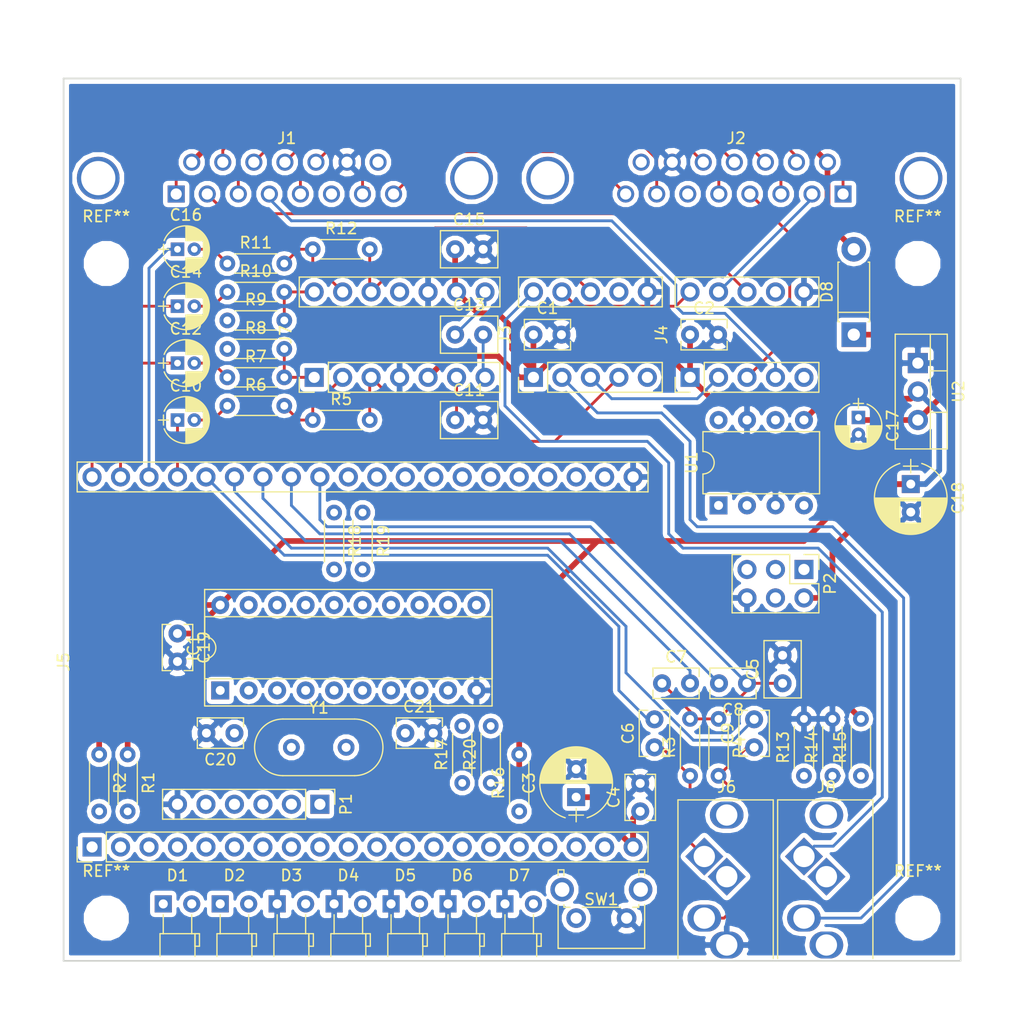
<source format=kicad_pcb>
(kicad_pcb (version 4) (host pcbnew 4.0.7+dfsg1-1)
  (title_block (title Blubaru))
  (layers (0 Top signal) (31 Bottom signal) (36 B.SilkS user) (37 F.SilkS user) (38 B.Mask user) (39 F.Mask user) (44 Edge.Cuts user))
  (net 0 "")
  (net 1 GND)
  (net 2 VCC)
  (net 3 "/DB-15 interconnects/Modules/Bluetooth Module/Microphone/MIC_BIAS")
  (net 4 "/DB-15 interconnects/Modules/Bluetooth Module/Microphone/MIC_R-")
  (net 5 "/DB-15 interconnects/Modules/Bluetooth Module/Microphone/MIC_L+")
  (net 6 "/DB-15 interconnects/Modules/Bluetooth Module/Microphone/MIC_L-")
  (net 7 "/DB-15 interconnects/Modules/Bluetooth Module/Microphone/MIC_R+")
  (net 8 "/DB-15 interconnects/Modules/Audio switch/BT_L")
  (net 9 "Net-(C10-Pad2)")
  (net 10 "Net-(C11-Pad1)")
  (net 11 "Net-(C13-Pad1)")
  (net 12 "/DB-15 interconnects/Modules/Audio switch/BT_R")
  (net 13 "Net-(C14-Pad2)")
  (net 14 "/DB-15 interconnects/13_IN")
  (net 15 "/DB-15 interconnects/1_IN")
  (net 16 "/DB-15 interconnects/2_IN")
  (net 17 "/DB-15 interconnects/3_IN")
  (net 18 "/DB-15 interconnects/4_IN")
  (net 19 "/DB-15 interconnects/6_IN")
  (net 20 "/DB-15 interconnects/7_IN")
  (net 21 "/DB-15 interconnects/8_IN")
  (net 22 +12V)
  (net 23 "/DB-15 interconnects/10_IN")
  (net 24 "/DB-15 interconnects/11_IN")
  (net 25 "/DB-15 interconnects/12_IN")
  (net 26 "/DB-15 interconnects/6_OUT")
  (net 27 "/DB-15 interconnects/4_OUT")
  (net 28 "/DB-15 interconnects/2_OUT")
  (net 29 "/DB-15 interconnects/Modules/Audio switch/BT_TRG")
  (net 30 "/DB-15 interconnects/Modules/Bluetooth Module/UART_RX")
  (net 31 "/DB-15 interconnects/Modules/Bluetooth Module/UART_TX")
  (net 32 "/DB-15 interconnects/Modules/Bluetooth Module/CMD")
  (net 33 "/DB-15 interconnects/Modules/Bluetooth Module/EVENT")
  (net 34 "/DB-15 interconnects/Modules/Bluetooth Module/VOL+")
  (net 35 "/DB-15 interconnects/Modules/Bluetooth Module/NEXT")
  (net 36 "/DB-15 interconnects/Modules/Bluetooth Module/PLAY")
  (net 37 "/DB-15 interconnects/Modules/Bluetooth Module/PREV")
  (net 38 "/DB-15 interconnects/Modules/Bluetooth Module/VOL-")
  (net 39 "Net-(C6-Pad1)")
  (net 40 "/DB-15 interconnects/Modules/Bluetooth Module/Line Driver/R-")
  (net 41 "/DB-15 interconnects/Modules/Bluetooth Module/Line Driver/R+")
  (net 42 "Net-(C12-Pad2)")
  (net 43 "Net-(C13-Pad2)")
  (net 44 "/DB-15 interconnects/Modules/Bluetooth Module/Line Driver/L+")
  (net 45 "/DB-15 interconnects/Modules/Bluetooth Module/Line Driver/L-")
  (net 46 "Net-(C16-Pad2)")
  (net 47 "Net-(C20-Pad1)")
  (net 48 "Net-(C21-Pad1)")
  (net 49 "Net-(D2-Pad2)")
  (net 50 "Net-(D4-Pad2)")
  (net 51 "Net-(D5-Pad2)")
  (net 52 "Net-(D6-Pad2)")
  (net 53 "/DB-15 interconnects/Modules/Bluetooth Module/9600")
  (net 54 "/DB-15 interconnects/Modules/Bluetooth Module/PWR_EN")
  (net 55 "/DB-15 interconnects/Modules/Microcontroller/LED1")
  (net 56 "/DB-15 interconnects/Modules/Microcontroller/LED2")
  (net 57 "/DB-15 interconnects/Modules/Line In/JACK_SENSE")
  (net 58 "/DB-15 interconnects/Modules/Microcontroller/MOSI")
  (net 59 "/DB-15 interconnects/Modules/Microcontroller/MISO")
  (net 60 "/DB-15 interconnects/Modules/Audio switch/LINE_TRG")
  (net 61 "/DB-15 interconnects/Modules/Microcontroller/SCK")
  (net 62 "Net-(J3-Pad9)")
  (net 63 "/DB-15 interconnects/Modules/Audio switch/LINE_R")
  (net 64 "/DB-15 interconnects/Modules/Audio switch/LINE_L")
  (net 65 "Net-(J3-Pad3)")
  (net 66 "Net-(J7-Pad13)")
  (net 67 "Net-(J7-Pad14)")
  (net 68 "Net-(J7-Pad1)")
  (net 69 "Net-(J7-Pad2)")
  (net 70 GNDA)
  (net 71 "Net-(D1-Pad2)")
  (net 72 "Net-(D7-Pad2)")
  (net 73 +BATT)
  (net 74 "Net-(C9-Pad1)")
  (net 75 "Net-(D3-Pad2)")
  (net 76 "Net-(D6-Pad1)")
  (net 77 "Net-(D7-Pad1)")
  (net 78 "/DB-15 interconnects/Modules/Microcontroller/RESET")
  (net 79 "/DB-15 interconnects/Modules/Microcontroller/BT_RESET")
  (net 80 "Net-(J1-Pad15)")
  (net 81 "Net-(J2-Pad15)")
  (net 82 "Net-(J5-Pad22)")
  (net 83 "Net-(J5-Pad23)")
  (net 84 "Net-(J5-Pad24)")
  (net 85 "Net-(J5-Pad25)")
  (net 86 "Net-(J5-Pad26)")
  (net 87 "Net-(J5-Pad27)")
  (net 88 "Net-(J5-Pad28)")
  (net 89 "Net-(J5-Pad29)")
  (net 90 "Net-(J5-Pad3)")
  (net 91 "Net-(J5-Pad4)")
  (net 92 "Net-(J5-Pad11)")
  (net 93 "Net-(J5-Pad12)")
  (net 94 "Net-(J5-Pad13)")
  (net 95 "Net-(J5-Pad14)")
  (net 96 "Net-(J5-Pad18)")
  (net 97 "Net-(J6-Pad5)")
  (net 98 "Net-(J6-Pad4)")
  (net 99 "Net-(J7-Pad11)")
  (net 100 "Net-(J8-Pad5)")
  (module blubaru:C_Disc_D4.0mm_W2.6mm_P2.50mm (layer Top) (at 168.91 114.935 180)
    (fp_text reference C8 (at 1.25 -2.36 180) (layer F.SilkS))
    (fp_text value 0.047uF)
    (pad 1 thru_hole circle (at 0 0 180) (size 1.6 1.6) (drill 0.8) (layers *.Cu *.Mask) (net 3 "/DB-15 interconnects/Modules/Bluetooth Module/Microphone/MIC_BIAS"))
    (pad 2 thru_hole circle (at 2.5 0 180) (size 1.6 1.6) (drill 0.8) (layers *.Cu *.Mask) (net 5 "/DB-15 interconnects/Modules/Bluetooth Module/Microphone/MIC_L+"))
  )
  (module blubaru:RN52_Breakout (layer Top) (at 110.49 113.03 90)
    (fp_text reference J5 (at 0 -2.54 90) (layer F.SilkS))
    (fp_text value RN52_BREAKOUT)
    (pad 21 thru_hole oval (at 16.51 48.26 90) (size 1.7 1.7) (drill 1) (layers *.Cu *.Mask) (net 1 GND))
    (pad 22 thru_hole oval (at 16.51 45.72 90) (size 1.7 1.7) (drill 1) (layers *.Cu *.Mask) (net 82 "Net-(J5-Pad22)"))
    (pad 23 thru_hole oval (at 16.51 43.18 90) (size 1.7 1.7) (drill 1) (layers *.Cu *.Mask) (net 83 "Net-(J5-Pad23)"))
    (pad 24 thru_hole oval (at 16.51 40.64 90) (size 1.7 1.7) (drill 1) (layers *.Cu *.Mask) (net 84 "Net-(J5-Pad24)"))
    (pad 25 thru_hole oval (at 16.51 38.1 90) (size 1.7 1.7) (drill 1) (layers *.Cu *.Mask) (net 85 "Net-(J5-Pad25)"))
    (pad 26 thru_hole oval (at 16.51 35.56 90) (size 1.7 1.7) (drill 1) (layers *.Cu *.Mask) (net 86 "Net-(J5-Pad26)"))
    (pad 27 thru_hole oval (at 16.51 33.02 90) (size 1.7 1.7) (drill 1) (layers *.Cu *.Mask) (net 87 "Net-(J5-Pad27)"))
    (pad 28 thru_hole oval (at 16.51 30.48 90) (size 1.7 1.7) (drill 1) (layers *.Cu *.Mask) (net 88 "Net-(J5-Pad28)"))
    (pad 29 thru_hole oval (at 16.51 27.94 90) (size 1.7 1.7) (drill 1) (layers *.Cu *.Mask) (net 89 "Net-(J5-Pad29)"))
    (pad 30 thru_hole oval (at 16.51 25.4 90) (size 1.7 1.7) (drill 1) (layers *.Cu *.Mask) (net 77 "Net-(D7-Pad1)"))
    (pad 31 thru_hole oval (at 16.51 22.86 90) (size 1.7 1.7) (drill 1) (layers *.Cu *.Mask) (net 76 "Net-(D6-Pad1)"))
    (pad 32 thru_hole oval (at 16.51 20.32 90) (size 1.7 1.7) (drill 1) (layers *.Cu *.Mask) (net 3 "/DB-15 interconnects/Modules/Bluetooth Module/Microphone/MIC_BIAS"))
    (pad 33 thru_hole oval (at 16.51 17.78 90) (size 1.7 1.7) (drill 1) (layers *.Cu *.Mask) (net 5 "/DB-15 interconnects/Modules/Bluetooth Module/Microphone/MIC_L+"))
    (pad 34 thru_hole oval (at 16.51 15.24 90) (size 1.7 1.7) (drill 1) (layers *.Cu *.Mask) (net 7 "/DB-15 interconnects/Modules/Bluetooth Module/Microphone/MIC_R+"))
    (pad 35 thru_hole oval (at 16.51 12.7 90) (size 1.7 1.7) (drill 1) (layers *.Cu *.Mask) (net 6 "/DB-15 interconnects/Modules/Bluetooth Module/Microphone/MIC_L-"))
    (pad 36 thru_hole oval (at 16.51 10.16 90) (size 1.7 1.7) (drill 1) (layers *.Cu *.Mask) (net 4 "/DB-15 interconnects/Modules/Bluetooth Module/Microphone/MIC_R-"))
    (pad 37 thru_hole oval (at 16.51 7.62 90) (size 1.7 1.7) (drill 1) (layers *.Cu *.Mask) (net 40 "/DB-15 interconnects/Modules/Bluetooth Module/Line Driver/R-"))
    (pad 38 thru_hole oval (at 16.51 5.08 90) (size 1.7 1.7) (drill 1) (layers *.Cu *.Mask) (net 45 "/DB-15 interconnects/Modules/Bluetooth Module/Line Driver/L-"))
    (pad 39 thru_hole oval (at 16.51 2.54 90) (size 1.7 1.7) (drill 1) (layers *.Cu *.Mask) (net 41 "/DB-15 interconnects/Modules/Bluetooth Module/Line Driver/R+"))
    (pad 40 thru_hole circle (at 16.51 0 90) (size 1.7 1.7) (drill 1) (layers *.Cu *.Mask) (net 44 "/DB-15 interconnects/Modules/Bluetooth Module/Line Driver/L+"))
    (pad 1 thru_hole rect (at -16.51 0 90) (size 1.7 1.7) (drill 1) (layers *.Cu *.Mask) (net 79 "/DB-15 interconnects/Modules/Microcontroller/BT_RESET"))
    (pad 2 thru_hole oval (at -16.51 2.54 90) (size 1.7 1.7) (drill 1) (layers *.Cu *.Mask) (net 33 "/DB-15 interconnects/Modules/Bluetooth Module/EVENT"))
    (pad 3 thru_hole oval (at -16.51 5.08 90) (size 1.7 1.7) (drill 1) (layers *.Cu *.Mask) (net 90 "Net-(J5-Pad3)"))
    (pad 4 thru_hole oval (at -16.51 7.62 90) (size 1.7 1.7) (drill 1) (layers *.Cu *.Mask) (net 91 "Net-(J5-Pad4)"))
    (pad 5 thru_hole oval (at -16.51 10.16 90) (size 1.7 1.7) (drill 1) (layers *.Cu *.Mask) (net 34 "/DB-15 interconnects/Modules/Bluetooth Module/VOL+"))
    (pad 6 thru_hole oval (at -16.51 12.7 90) (size 1.7 1.7) (drill 1) (layers *.Cu *.Mask) (net 35 "/DB-15 interconnects/Modules/Bluetooth Module/NEXT"))
    (pad 7 thru_hole oval (at -16.51 15.24 90) (size 1.7 1.7) (drill 1) (layers *.Cu *.Mask) (net 36 "/DB-15 interconnects/Modules/Bluetooth Module/PLAY"))
    (pad 8 thru_hole oval (at -16.51 17.78 90) (size 1.7 1.7) (drill 1) (layers *.Cu *.Mask) (net 37 "/DB-15 interconnects/Modules/Bluetooth Module/PREV"))
    (pad 9 thru_hole oval (at -16.51 20.32 90) (size 1.7 1.7) (drill 1) (layers *.Cu *.Mask) (net 38 "/DB-15 interconnects/Modules/Bluetooth Module/VOL-"))
    (pad 10 thru_hole oval (at -16.51 22.86 90) (size 1.7 1.7) (drill 1) (layers *.Cu *.Mask) (net 32 "/DB-15 interconnects/Modules/Bluetooth Module/CMD"))
    (pad 11 thru_hole oval (at -16.51 25.4 90) (size 1.7 1.7) (drill 1) (layers *.Cu *.Mask) (net 92 "Net-(J5-Pad11)"))
    (pad 12 thru_hole oval (at -16.51 27.94 90) (size 1.7 1.7) (drill 1) (layers *.Cu *.Mask) (net 93 "Net-(J5-Pad12)"))
    (pad 13 thru_hole oval (at -16.51 30.48 90) (size 1.7 1.7) (drill 1) (layers *.Cu *.Mask) (net 94 "Net-(J5-Pad13)"))
    (pad 14 thru_hole oval (at -16.51 33.02 90) (size 1.7 1.7) (drill 1) (layers *.Cu *.Mask) (net 95 "Net-(J5-Pad14)"))
    (pad 15 thru_hole oval (at -16.51 35.56 90) (size 1.7 1.7) (drill 1) (layers *.Cu *.Mask) (net 31 "/DB-15 interconnects/Modules/Bluetooth Module/UART_TX"))
    (pad 16 thru_hole oval (at -16.51 38.1 90) (size 1.7 1.7) (drill 1) (layers *.Cu *.Mask) (net 30 "/DB-15 interconnects/Modules/Bluetooth Module/UART_RX"))
    (pad 17 thru_hole oval (at -16.51 40.64 90) (size 1.7 1.7) (drill 1) (layers *.Cu *.Mask) (net 53 "/DB-15 interconnects/Modules/Bluetooth Module/9600"))
    (pad 18 thru_hole oval (at -16.51 43.18 90) (size 1.7 1.7) (drill 1) (layers *.Cu *.Mask) (net 96 "Net-(J5-Pad18)"))
    (pad 19 thru_hole oval (at -16.51 45.72 90) (size 1.7 1.7) (drill 1) (layers *.Cu *.Mask) (net 54 "/DB-15 interconnects/Modules/Bluetooth Module/PWR_EN"))
    (pad 20 thru_hole oval (at -16.51 48.26 90) (size 1.7 1.7) (drill 1) (layers *.Cu *.Mask) (net 2 VCC))
  )
  (module blubaru:TS5A22364-Q1 (layer Top) (at 163.83 83.82 90)
    (fp_text reference J4 (at 0 -2.54 90) (layer F.SilkS))
    (fp_text value TS5A22364-Q1)
    (pad 6 thru_hole oval (at 3.81 10.16 90) (size 1.7 1.7) (drill 1) (layers *.Cu *.Mask) (net 1 GND))
    (pad 7 thru_hole oval (at 3.81 7.62 90) (size 1.7 1.7) (drill 1) (layers *.Cu *.Mask) (net 29 "/DB-15 interconnects/Modules/Audio switch/BT_TRG"))
    (pad 8 thru_hole oval (at 3.81 5.08 90) (size 1.7 1.7) (drill 1) (layers *.Cu *.Mask) (net 16 "/DB-15 interconnects/2_IN"))
    (pad 9 thru_hole oval (at 3.81 2.54 90) (size 1.7 1.7) (drill 1) (layers *.Cu *.Mask) (net 28 "/DB-15 interconnects/2_OUT"))
    (pad 10 thru_hole circle (at 3.81 0 90) (size 1.7 1.7) (drill 1) (layers *.Cu *.Mask) (net 62 "Net-(J3-Pad9)"))
    (pad 1 thru_hole rect (at -3.81 0 90) (size 1.7 1.7) (drill 1) (layers *.Cu *.Mask) (net 2 VCC))
    (pad 2 thru_hole oval (at -3.81 2.54 90) (size 1.7 1.7) (drill 1) (layers *.Cu *.Mask) (net 65 "Net-(J3-Pad3)"))
    (pad 3 thru_hole oval (at -3.81 5.08 90) (size 1.7 1.7) (drill 1) (layers *.Cu *.Mask) (net 27 "/DB-15 interconnects/4_OUT"))
    (pad 4 thru_hole oval (at -3.81 7.62 90) (size 1.7 1.7) (drill 1) (layers *.Cu *.Mask) (net 18 "/DB-15 interconnects/4_IN"))
    (pad 5 thru_hole oval (at -3.81 10.16 90) (size 1.7 1.7) (drill 1) (layers *.Cu *.Mask) (net 29 "/DB-15 interconnects/Modules/Audio switch/BT_TRG"))
  )
  (module blubaru:DB15FC (layer Top) (at 117.995 71.27)
    (fp_text reference J1 (at 9.86 -4.98) (layer F.SilkS))
    (fp_text value DB15)
    (pad "" thru_hole circle (at 26.345 -1.42) (size 3.81 3.81) (drill 3.05) (layers *.Cu *.Mask))
    (pad "" thru_hole circle (at -6.955 -1.42) (size 3.81 3.81) (drill 3.05) (layers *.Cu *.Mask))
    (pad 1 thru_hole rect (at 0 0) (size 1.52 1.52) (drill 1) (layers *.Cu *.Mask) (net 15 "/DB-15 interconnects/1_IN"))
    (pad 2 thru_hole circle (at 2.77 0) (size 1.52 1.52) (drill 1) (layers *.Cu *.Mask) (net 16 "/DB-15 interconnects/2_IN"))
    (pad 3 thru_hole circle (at 5.54 0) (size 1.52 1.52) (drill 1) (layers *.Cu *.Mask) (net 17 "/DB-15 interconnects/3_IN"))
    (pad 4 thru_hole circle (at 8.31 0) (size 1.52 1.52) (drill 1) (layers *.Cu *.Mask) (net 18 "/DB-15 interconnects/4_IN"))
    (pad 5 thru_hole circle (at 11.08 0) (size 1.52 1.52) (drill 1) (layers *.Cu *.Mask) (net 70 GNDA))
    (pad 6 thru_hole circle (at 13.85 0) (size 1.52 1.52) (drill 1) (layers *.Cu *.Mask) (net 19 "/DB-15 interconnects/6_IN"))
    (pad 7 thru_hole circle (at 16.62 0) (size 1.52 1.52) (drill 1) (layers *.Cu *.Mask) (net 20 "/DB-15 interconnects/7_IN"))
    (pad 8 thru_hole circle (at 19.39 0) (size 1.52 1.52) (drill 1) (layers *.Cu *.Mask) (net 21 "/DB-15 interconnects/8_IN"))
    (pad 9 thru_hole circle (at 1.385 -2.84) (size 1.52 1.52) (drill 1) (layers *.Cu *.Mask) (net 73 +BATT))
    (pad 10 thru_hole circle (at 4.155 -2.84) (size 1.52 1.52) (drill 1) (layers *.Cu *.Mask) (net 23 "/DB-15 interconnects/10_IN"))
    (pad 11 thru_hole circle (at 6.925 -2.84) (size 1.52 1.52) (drill 1) (layers *.Cu *.Mask) (net 24 "/DB-15 interconnects/11_IN"))
    (pad 12 thru_hole circle (at 9.695 -2.84) (size 1.52 1.52) (drill 1) (layers *.Cu *.Mask) (net 25 "/DB-15 interconnects/12_IN"))
    (pad 13 thru_hole circle (at 12.465 -2.84) (size 1.52 1.52) (drill 1) (layers *.Cu *.Mask) (net 14 "/DB-15 interconnects/13_IN"))
    (pad 14 thru_hole circle (at 15.235 -2.84) (size 1.52 1.52) (drill 1) (layers *.Cu *.Mask) (net 1 GND))
    (pad 15 thru_hole circle (at 18.005 -2.84) (size 1.52 1.52) (drill 1) (layers *.Cu *.Mask) (net 80 "Net-(J1-Pad15)"))
  )
  (module Mounting_Holes:MountingHole_3.2mm_M3 (layer Top) (at 184.15 135.89)
    (fp_text reference REF** (at 0 -4.2) (layer F.SilkS))
    (fp_text value MountingHole_3.2mm_M3)
    (pad 1 np_thru_hole circle (at 0 0) (size 3.2 3.2) (drill 3.2) (layers *.Cu *.Mask))
  )
  (module Mounting_Holes:MountingHole_3.2mm_M3 (layer Top) (at 111.76 135.89)
    (fp_text reference REF** (at 0 -4.2) (layer F.SilkS))
    (fp_text value MountingHole_3.2mm_M3)
    (pad 1 np_thru_hole circle (at 0 0) (size 3.2 3.2) (drill 3.2) (layers *.Cu *.Mask))
  )
  (module Mounting_Holes:MountingHole_3.2mm_M3 (layer Top) (at 184.15 77.47)
    (fp_text reference REF** (at 0 -4.2) (layer F.SilkS))
    (fp_text value MountingHole_3.2mm_M3)
    (pad 1 np_thru_hole circle (at 0 0) (size 3.2 3.2) (drill 3.2) (layers *.Cu *.Mask))
  )
  (module blubaru:C_Disc_D4.0mm_W2.6mm_P2.50mm (layer Top) (at 149.86 83.82)
    (fp_text reference C1 (at 1.25 -2.36) (layer F.SilkS))
    (fp_text value 0.1uF)
    (pad 1 thru_hole circle (at 0 0) (size 1.6 1.6) (drill 0.8) (layers *.Cu *.Mask) (net 2 VCC))
    (pad 2 thru_hole circle (at 2.5 0) (size 1.6 1.6) (drill 0.8) (layers *.Cu *.Mask) (net 1 GND))
  )
  (module blubaru:C_Disc_D4.0mm_W2.6mm_P2.50mm (layer Top) (at 163.83 83.82)
    (fp_text reference C2 (at 1.25 -2.36) (layer F.SilkS))
    (fp_text value 0.1uF)
    (pad 1 thru_hole circle (at 0 0) (size 1.6 1.6) (drill 0.8) (layers *.Cu *.Mask) (net 2 VCC))
    (pad 2 thru_hole circle (at 2.5 0) (size 1.6 1.6) (drill 0.8) (layers *.Cu *.Mask) (net 1 GND))
  )
  (module blubaru:CP_Radial_D6.3mm_P2.50mm (layer Top) (at 153.67 125.095 90)
    (fp_text reference C3 (at 1.25 -4.21 90) (layer F.SilkS))
    (fp_text value 220uF)
    (pad 1 thru_hole rect (at 0 0 90) (size 1.6 1.6) (drill 0.8) (layers *.Cu *.Mask) (net 2 VCC))
    (pad 2 thru_hole circle (at 2.5 0 90) (size 1.6 1.6) (drill 0.8) (layers *.Cu *.Mask) (net 1 GND))
  )
  (module blubaru:C_Disc_D4.0mm_W2.6mm_P2.50mm (layer Top) (at 159.385 126.365 90)
    (fp_text reference C4 (at 1.25 -2.36 90) (layer F.SilkS))
    (fp_text value 0.1uF)
    (pad 1 thru_hole circle (at 0 0 90) (size 1.6 1.6) (drill 0.8) (layers *.Cu *.Mask) (net 2 VCC))
    (pad 2 thru_hole circle (at 2.5 0 90) (size 1.6 1.6) (drill 0.8) (layers *.Cu *.Mask) (net 1 GND))
  )
  (module blubaru:C_Disc_D5.0mm_W3.2mm_P2.50mm (layer Top) (at 172.085 114.935 90)
    (fp_text reference C5 (at 1.25 -2.66 90) (layer F.SilkS))
    (fp_text value 1uF)
    (pad 1 thru_hole circle (at 0 0 90) (size 1.6 1.6) (drill 0.8) (layers *.Cu *.Mask) (net 3 "/DB-15 interconnects/Modules/Bluetooth Module/Microphone/MIC_BIAS"))
    (pad 2 thru_hole circle (at 2.5 0 90) (size 1.6 1.6) (drill 0.8) (layers *.Cu *.Mask) (net 1 GND))
  )
  (module blubaru:C_Disc_D4.0mm_W2.6mm_P2.50mm (layer Top) (at 160.655 120.65 90)
    (fp_text reference C6 (at 1.25 -2.36 90) (layer F.SilkS))
    (fp_text value 0.047uF)
    (pad 1 thru_hole circle (at 0 0 90) (size 1.6 1.6) (drill 0.8) (layers *.Cu *.Mask) (net 39 "Net-(C6-Pad1)"))
    (pad 2 thru_hole circle (at 2.5 0 90) (size 1.6 1.6) (drill 0.8) (layers *.Cu *.Mask) (net 4 "/DB-15 interconnects/Modules/Bluetooth Module/Microphone/MIC_R-"))
  )
  (module blubaru:C_Disc_D4.0mm_W2.6mm_P2.50mm (layer Top) (at 169.545 120.65 90)
    (fp_text reference C9 (at 1.25 -2.36 90) (layer F.SilkS))
    (fp_text value 0.047uF)
    (pad 1 thru_hole circle (at 0 0 90) (size 1.6 1.6) (drill 0.8) (layers *.Cu *.Mask) (net 74 "Net-(C9-Pad1)"))
    (pad 2 thru_hole circle (at 2.5 0 90) (size 1.6 1.6) (drill 0.8) (layers *.Cu *.Mask) (net 6 "/DB-15 interconnects/Modules/Bluetooth Module/Microphone/MIC_L-"))
  )
  (module blubaru:C_Disc_D4.0mm_W2.6mm_P2.50mm (layer Top) (at 161.33 114.935)
    (fp_text reference C7 (at 1.25 -2.36) (layer F.SilkS))
    (fp_text value 0.047uF)
    (pad 1 thru_hole circle (at 0 0) (size 1.6 1.6) (drill 0.8) (layers *.Cu *.Mask) (net 3 "/DB-15 interconnects/Modules/Bluetooth Module/Microphone/MIC_BIAS"))
    (pad 2 thru_hole circle (at 2.5 0) (size 1.6 1.6) (drill 0.8) (layers *.Cu *.Mask) (net 7 "/DB-15 interconnects/Modules/Bluetooth Module/Microphone/MIC_R+"))
  )
  (module blubaru:CP_Radial_D4.0mm_P1.50mm (layer Top) (at 118.11 91.44)
    (fp_text reference C10 (at 0.75 -3.06) (layer F.SilkS))
    (fp_text value 1uF)
    (pad 1 thru_hole rect (at 0 0) (size 1.2 1.2) (drill 0.6) (layers *.Cu *.Mask) (net 40 "/DB-15 interconnects/Modules/Bluetooth Module/Line Driver/R-"))
    (pad 2 thru_hole circle (at 1.5 0) (size 1.2 1.2) (drill 0.6) (layers *.Cu *.Mask) (net 9 "Net-(C10-Pad2)"))
  )
  (module blubaru:C_Disc_D5.0mm_W3.2mm_P2.50mm (layer Top) (at 142.875 91.44)
    (fp_text reference C11 (at 1.25 -2.66) (layer F.SilkS))
    (fp_text value 1uF)
    (pad 1 thru_hole circle (at 0 0) (size 1.6 1.6) (drill 0.8) (layers *.Cu *.Mask) (net 10 "Net-(C11-Pad1)"))
    (pad 2 thru_hole circle (at 2.5 0) (size 1.6 1.6) (drill 0.8) (layers *.Cu *.Mask) (net 1 GND))
  )
  (module blubaru:CP_Radial_D4.0mm_P1.50mm (layer Top) (at 118.11 86.36)
    (fp_text reference C12 (at 0.75 -3.06) (layer F.SilkS))
    (fp_text value 1uF)
    (pad 1 thru_hole rect (at 0 0) (size 1.2 1.2) (drill 0.6) (layers *.Cu *.Mask) (net 41 "/DB-15 interconnects/Modules/Bluetooth Module/Line Driver/R+"))
    (pad 2 thru_hole circle (at 1.5 0) (size 1.2 1.2) (drill 0.6) (layers *.Cu *.Mask) (net 42 "Net-(C12-Pad2)"))
  )
  (module blubaru:C_Disc_D5.0mm_W3.2mm_P2.50mm (layer Top) (at 142.875 83.82)
    (fp_text reference C13 (at 1.25 -2.66) (layer F.SilkS))
    (fp_text value 1uF)
    (pad 1 thru_hole circle (at 0 0) (size 1.6 1.6) (drill 0.8) (layers *.Cu *.Mask) (net 11 "Net-(C13-Pad1)"))
    (pad 2 thru_hole circle (at 2.5 0) (size 1.6 1.6) (drill 0.8) (layers *.Cu *.Mask) (net 43 "Net-(C13-Pad2)"))
  )
  (module blubaru:CP_Radial_D4.0mm_P1.50mm (layer Top) (at 118.11 81.28)
    (fp_text reference C14 (at 0.75 -3.06) (layer F.SilkS))
    (fp_text value 1uF)
    (pad 1 thru_hole rect (at 0 0) (size 1.2 1.2) (drill 0.6) (layers *.Cu *.Mask) (net 44 "/DB-15 interconnects/Modules/Bluetooth Module/Line Driver/L+"))
    (pad 2 thru_hole circle (at 1.5 0) (size 1.2 1.2) (drill 0.6) (layers *.Cu *.Mask) (net 13 "Net-(C14-Pad2)"))
  )
  (module blubaru:C_Disc_D5.0mm_W3.2mm_P2.50mm (layer Top) (at 142.875 76.2)
    (fp_text reference C15 (at 1.25 -2.66) (layer F.SilkS))
    (fp_text value 1uF)
    (pad 1 thru_hole circle (at 0 0) (size 1.6 1.6) (drill 0.8) (layers *.Cu *.Mask) (net 2 VCC))
    (pad 2 thru_hole circle (at 2.5 0) (size 1.6 1.6) (drill 0.8) (layers *.Cu *.Mask) (net 1 GND))
  )
  (module blubaru:CP_Radial_D4.0mm_P1.50mm (layer Top) (at 118.11 76.2)
    (fp_text reference C16 (at 0.75 -3.06) (layer F.SilkS))
    (fp_text value 1uF)
    (pad 1 thru_hole rect (at 0 0) (size 1.2 1.2) (drill 0.6) (layers *.Cu *.Mask) (net 45 "/DB-15 interconnects/Modules/Bluetooth Module/Line Driver/L-"))
    (pad 2 thru_hole circle (at 1.5 0) (size 1.2 1.2) (drill 0.6) (layers *.Cu *.Mask) (net 46 "Net-(C16-Pad2)"))
  )
  (module blubaru:CP_Radial_D4.0mm_P1.50mm (layer Top) (at 178.847795 91.21 270)
    (fp_text reference C17 (at 0.75 -3.06 270) (layer F.SilkS))
    (fp_text value 10uF)
    (pad 1 thru_hole rect (at 0 0 270) (size 1.2 1.2) (drill 0.6) (layers *.Cu *.Mask) (net 22 +12V))
    (pad 2 thru_hole circle (at 1.5 0 270) (size 1.2 1.2) (drill 0.6) (layers *.Cu *.Mask) (net 1 GND))
  )
  (module blubaru:CP_Radial_D6.3mm_P2.50mm (layer Top) (at 183.515 97.155 270)
    (fp_text reference C18 (at 1.25 -4.21 270) (layer F.SilkS))
    (fp_text value 100uF)
    (pad 1 thru_hole rect (at 0 0 270) (size 1.6 1.6) (drill 0.8) (layers *.Cu *.Mask) (net 2 VCC))
    (pad 2 thru_hole circle (at 2.5 0 270) (size 1.6 1.6) (drill 0.8) (layers *.Cu *.Mask) (net 1 GND))
  )
  (module blubaru:C_Disc_D4.0mm_W2.6mm_P2.50mm (layer Top) (at 118.11 110.49 270)
    (fp_text reference C19 (at 1.25 -2.36 270) (layer F.SilkS))
    (fp_text value 0.1uF)
    (pad 1 thru_hole circle (at 0 0 270) (size 1.6 1.6) (drill 0.8) (layers *.Cu *.Mask) (net 2 VCC))
    (pad 2 thru_hole circle (at 2.5 0 270) (size 1.6 1.6) (drill 0.8) (layers *.Cu *.Mask) (net 1 GND))
  )
  (module blubaru:C_Disc_D4.0mm_W2.6mm_P2.50mm (layer Top) (at 123.19 119.38 180)
    (fp_text reference C20 (at 1.25 -2.36 180) (layer F.SilkS))
    (fp_text value 22pF)
    (pad 1 thru_hole circle (at 0 0 180) (size 1.6 1.6) (drill 0.8) (layers *.Cu *.Mask) (net 47 "Net-(C20-Pad1)"))
    (pad 2 thru_hole circle (at 2.5 0 180) (size 1.6 1.6) (drill 0.8) (layers *.Cu *.Mask) (net 1 GND))
  )
  (module blubaru:C_Disc_D4.0mm_W2.6mm_P2.50mm (layer Top) (at 138.43 119.38)
    (fp_text reference C21 (at 1.25 -2.36) (layer F.SilkS))
    (fp_text value 22pF)
    (pad 1 thru_hole circle (at 0 0) (size 1.6 1.6) (drill 0.8) (layers *.Cu *.Mask) (net 48 "Net-(C21-Pad1)"))
    (pad 2 thru_hole circle (at 2.5 0) (size 1.6 1.6) (drill 0.8) (layers *.Cu *.Mask) (net 1 GND))
  )
  (module Diodes_THT:D_DO-41_SOD81_P7.62mm_Horizontal (layer Top) (at 178.435 83.82 90)
    (fp_text reference D8 (at 3.81 -2.41 90) (layer F.SilkS))
    (fp_text value D)
    (pad 1 thru_hole rect (at 0 0 90) (size 2.2 2.2) (drill 1.1) (layers *.Cu *.Mask) (net 22 +12V))
    (pad 2 thru_hole oval (at 7.62 0 90) (size 2.2 2.2) (drill 1.1) (layers *.Cu *.Mask) (net 73 +BATT))
  )
  (module blubaru:DB15MC (layer Top) (at 177.475 71.27)
    (fp_text reference J2 (at -9.53 -4.98) (layer F.SilkS))
    (fp_text value DB15)
    (pad "" thru_hole circle (at 6.955 -1.42) (size 3.81 3.81) (drill 3.05) (layers *.Cu *.Mask))
    (pad "" thru_hole circle (at -26.345 -1.42) (size 3.81 3.81) (drill 3.05) (layers *.Cu *.Mask))
    (pad 8 thru_hole circle (at -19.39 0) (size 1.52 1.52) (drill 1) (layers *.Cu *.Mask) (net 21 "/DB-15 interconnects/8_IN"))
    (pad 7 thru_hole circle (at -16.62 0) (size 1.52 1.52) (drill 1) (layers *.Cu *.Mask) (net 20 "/DB-15 interconnects/7_IN"))
    (pad 6 thru_hole circle (at -13.85 0) (size 1.52 1.52) (drill 1) (layers *.Cu *.Mask) (net 26 "/DB-15 interconnects/6_OUT"))
    (pad 5 thru_hole circle (at -11.08 0) (size 1.52 1.52) (drill 1) (layers *.Cu *.Mask) (net 70 GNDA))
    (pad 4 thru_hole circle (at -8.31 0) (size 1.52 1.52) (drill 1) (layers *.Cu *.Mask) (net 27 "/DB-15 interconnects/4_OUT"))
    (pad 3 thru_hole circle (at -5.54 0) (size 1.52 1.52) (drill 1) (layers *.Cu *.Mask) (net 17 "/DB-15 interconnects/3_IN"))
    (pad 2 thru_hole circle (at -2.77 0) (size 1.52 1.52) (drill 1) (layers *.Cu *.Mask) (net 28 "/DB-15 interconnects/2_OUT"))
    (pad 1 thru_hole rect (at 0 0) (size 1.52 1.52) (drill 1) (layers *.Cu *.Mask) (net 15 "/DB-15 interconnects/1_IN"))
    (pad 15 thru_hole circle (at -18.005 -2.84) (size 1.52 1.52) (drill 1) (layers *.Cu *.Mask) (net 81 "Net-(J2-Pad15)"))
    (pad 14 thru_hole circle (at -15.235 -2.84) (size 1.52 1.52) (drill 1) (layers *.Cu *.Mask) (net 1 GND))
    (pad 13 thru_hole circle (at -12.465 -2.84) (size 1.52 1.52) (drill 1) (layers *.Cu *.Mask) (net 14 "/DB-15 interconnects/13_IN"))
    (pad 12 thru_hole circle (at -9.695 -2.84) (size 1.52 1.52) (drill 1) (layers *.Cu *.Mask) (net 25 "/DB-15 interconnects/12_IN"))
    (pad 11 thru_hole circle (at -6.925 -2.84) (size 1.52 1.52) (drill 1) (layers *.Cu *.Mask) (net 24 "/DB-15 interconnects/11_IN"))
    (pad 10 thru_hole circle (at -4.155 -2.84) (size 1.52 1.52) (drill 1) (layers *.Cu *.Mask) (net 23 "/DB-15 interconnects/10_IN"))
    (pad 9 thru_hole circle (at -1.385 -2.84) (size 1.52 1.52) (drill 1) (layers *.Cu *.Mask) (net 73 +BATT))
  )
  (module blubaru:TS5A22364-Q1 (layer Top) (at 149.86 83.82 90)
    (fp_text reference J3 (at 0 -2.54 90) (layer F.SilkS))
    (fp_text value TS5A22364-Q1)
    (pad 6 thru_hole oval (at 3.81 10.16 90) (size 1.7 1.7) (drill 1) (layers *.Cu *.Mask) (net 1 GND))
    (pad 7 thru_hole oval (at 3.81 7.62 90) (size 1.7 1.7) (drill 1) (layers *.Cu *.Mask) (net 60 "/DB-15 interconnects/Modules/Audio switch/LINE_TRG"))
    (pad 8 thru_hole oval (at 3.81 5.08 90) (size 1.7 1.7) (drill 1) (layers *.Cu *.Mask) (net 12 "/DB-15 interconnects/Modules/Audio switch/BT_R"))
    (pad 9 thru_hole oval (at 3.81 2.54 90) (size 1.7 1.7) (drill 1) (layers *.Cu *.Mask) (net 62 "Net-(J3-Pad9)"))
    (pad 10 thru_hole circle (at 3.81 0 90) (size 1.7 1.7) (drill 1) (layers *.Cu *.Mask) (net 63 "/DB-15 interconnects/Modules/Audio switch/LINE_R"))
    (pad 1 thru_hole rect (at -3.81 0 90) (size 1.7 1.7) (drill 1) (layers *.Cu *.Mask) (net 2 VCC))
    (pad 2 thru_hole oval (at -3.81 2.54 90) (size 1.7 1.7) (drill 1) (layers *.Cu *.Mask) (net 64 "/DB-15 interconnects/Modules/Audio switch/LINE_L"))
    (pad 3 thru_hole oval (at -3.81 5.08 90) (size 1.7 1.7) (drill 1) (layers *.Cu *.Mask) (net 65 "Net-(J3-Pad3)"))
    (pad 4 thru_hole oval (at -3.81 7.62 90) (size 1.7 1.7) (drill 1) (layers *.Cu *.Mask) (net 8 "/DB-15 interconnects/Modules/Audio switch/BT_L"))
    (pad 5 thru_hole oval (at -3.81 10.16 90) (size 1.7 1.7) (drill 1) (layers *.Cu *.Mask) (net 60 "/DB-15 interconnects/Modules/Audio switch/LINE_TRG"))
  )
  (module blubaru:DRV632 (layer Top) (at 130.302 83.82 90)
    (fp_text reference J7 (at 0 -2.54 90) (layer F.SilkS))
    (fp_text value DRV632)
    (pad 8 thru_hole oval (at 3.81 15.24 90) (size 1.7 1.7) (drill 1) (layers *.Cu *.Mask) (net 11 "Net-(C13-Pad1)"))
    (pad 9 thru_hole oval (at 3.81 12.7 90) (size 1.7 1.7) (drill 1) (layers *.Cu *.Mask) (net 2 VCC))
    (pad 10 thru_hole oval (at 3.81 10.16 90) (size 1.7 1.7) (drill 1) (layers *.Cu *.Mask) (net 1 GND))
    (pad 11 thru_hole oval (at 3.81 7.62 90) (size 1.7 1.7) (drill 1) (layers *.Cu *.Mask) (net 99 "Net-(J7-Pad11)"))
    (pad 12 thru_hole oval (at 3.81 5.08 90) (size 1.7 1.7) (drill 1) (layers *.Cu *.Mask) (net 12 "/DB-15 interconnects/Modules/Audio switch/BT_R"))
    (pad 13 thru_hole oval (at 3.81 2.54 90) (size 1.7 1.7) (drill 1) (layers *.Cu *.Mask) (net 66 "Net-(J7-Pad13)"))
    (pad 14 thru_hole circle (at 3.81 0 90) (size 1.7 1.7) (drill 1) (layers *.Cu *.Mask) (net 67 "Net-(J7-Pad14)"))
    (pad 1 thru_hole rect (at -3.81 0 90) (size 1.7 1.7) (drill 1) (layers *.Cu *.Mask) (net 68 "Net-(J7-Pad1)"))
    (pad 2 thru_hole oval (at -3.81 2.54 90) (size 1.7 1.7) (drill 1) (layers *.Cu *.Mask) (net 69 "Net-(J7-Pad2)"))
    (pad 3 thru_hole oval (at -3.81 5.08 90) (size 1.7 1.7) (drill 1) (layers *.Cu *.Mask) (net 8 "/DB-15 interconnects/Modules/Audio switch/BT_L"))
    (pad 4 thru_hole oval (at -3.81 7.62 90) (size 1.7 1.7) (drill 1) (layers *.Cu *.Mask) (net 1 GND))
    (pad 5 thru_hole oval (at -3.81 10.16 90) (size 1.7 1.7) (drill 1) (layers *.Cu *.Mask) (net 2 VCC))
    (pad 6 thru_hole oval (at -3.81 12.7 90) (size 1.7 1.7) (drill 1) (layers *.Cu *.Mask) (net 10 "Net-(C11-Pad1)"))
    (pad 7 thru_hole oval (at -3.81 15.24 90) (size 1.7 1.7) (drill 1) (layers *.Cu *.Mask) (net 43 "Net-(C13-Pad2)"))
  )
  (module Pin_Headers:Pin_Header_Straight_1x06_Pitch2.54mm (layer Top) (at 130.81 125.73 270)
    (fp_text reference P1 (at 0 -2.33 270) (layer F.SilkS))
    (fp_text value CONN_01X06)
    (pad 1 thru_hole rect (at 0 0 270) (size 1.7 1.7) (drill 1) (layers *.Cu *.Mask) (net 38 "/DB-15 interconnects/Modules/Bluetooth Module/VOL-"))
    (pad 2 thru_hole oval (at 0 2.54 270) (size 1.7 1.7) (drill 1) (layers *.Cu *.Mask) (net 37 "/DB-15 interconnects/Modules/Bluetooth Module/PREV"))
    (pad 3 thru_hole oval (at 0 5.08 270) (size 1.7 1.7) (drill 1) (layers *.Cu *.Mask) (net 36 "/DB-15 interconnects/Modules/Bluetooth Module/PLAY"))
    (pad 4 thru_hole oval (at 0 7.62 270) (size 1.7 1.7) (drill 1) (layers *.Cu *.Mask) (net 35 "/DB-15 interconnects/Modules/Bluetooth Module/NEXT"))
    (pad 5 thru_hole oval (at 0 10.16 270) (size 1.7 1.7) (drill 1) (layers *.Cu *.Mask) (net 34 "/DB-15 interconnects/Modules/Bluetooth Module/VOL+"))
    (pad 6 thru_hole oval (at 0 12.7 270) (size 1.7 1.7) (drill 1) (layers *.Cu *.Mask) (net 1 GND))
  )
  (module Pin_Headers:Pin_Header_Straight_2x03_Pitch2.54mm (layer Top) (at 173.99 104.775 270)
    (fp_text reference P2 (at 1.27 -2.33 270) (layer F.SilkS))
    (fp_text value CONN_02X03)
    (pad 1 thru_hole rect (at 0 0 270) (size 1.7 1.7) (drill 1) (layers *.Cu *.Mask) (net 59 "/DB-15 interconnects/Modules/Microcontroller/MISO"))
    (pad 2 thru_hole oval (at 2.54 0 270) (size 1.7 1.7) (drill 1) (layers *.Cu *.Mask) (net 2 VCC))
    (pad 3 thru_hole oval (at 0 2.54 270) (size 1.7 1.7) (drill 1) (layers *.Cu *.Mask) (net 61 "/DB-15 interconnects/Modules/Microcontroller/SCK"))
    (pad 4 thru_hole oval (at 2.54 2.54 270) (size 1.7 1.7) (drill 1) (layers *.Cu *.Mask) (net 58 "/DB-15 interconnects/Modules/Microcontroller/MOSI"))
    (pad 5 thru_hole oval (at 0 5.08 270) (size 1.7 1.7) (drill 1) (layers *.Cu *.Mask) (net 78 "/DB-15 interconnects/Modules/Microcontroller/RESET"))
    (pad 6 thru_hole oval (at 2.54 5.08 270) (size 1.7 1.7) (drill 1) (layers *.Cu *.Mask) (net 1 GND))
  )
  (module Resistors_THT:R_Axial_DIN0204_L3.6mm_D1.6mm_P5.08mm_Horizontal (layer Top) (at 113.665 121.285 270)
    (fp_text reference R1 (at 2.54 -1.86 270) (layer F.SilkS))
    (fp_text value 330)
    (pad 1 thru_hole circle (at 0 0 270) (size 1.4 1.4) (drill 0.7) (layers *.Cu *.Mask) (net 2 VCC))
    (pad 2 thru_hole oval (at 5.08 0 270) (size 1.4 1.4) (drill 0.7) (layers *.Cu *.Mask) (net 52 "Net-(D6-Pad2)"))
  )
  (module Resistors_THT:R_Axial_DIN0204_L3.6mm_D1.6mm_P5.08mm_Horizontal (layer Top) (at 111.125 121.285 270)
    (fp_text reference R2 (at 2.54 -1.86 270) (layer F.SilkS))
    (fp_text value 750)
    (pad 1 thru_hole circle (at 0 0 270) (size 1.4 1.4) (drill 0.7) (layers *.Cu *.Mask) (net 2 VCC))
    (pad 2 thru_hole oval (at 5.08 0 270) (size 1.4 1.4) (drill 0.7) (layers *.Cu *.Mask) (net 72 "Net-(D7-Pad2)"))
  )
  (module Resistors_THT:R_Axial_DIN0204_L3.6mm_D1.6mm_P5.08mm_Horizontal (layer Top) (at 166.37 118.11 270)
    (fp_text reference R4 (at 2.54 -1.86 270) (layer F.SilkS))
    (fp_text value 2k2)
    (pad 1 thru_hole circle (at 0 0 270) (size 1.4 1.4) (drill 0.7) (layers *.Cu *.Mask) (net 3 "/DB-15 interconnects/Modules/Bluetooth Module/Microphone/MIC_BIAS"))
    (pad 2 thru_hole oval (at 5.08 0 270) (size 1.4 1.4) (drill 0.7) (layers *.Cu *.Mask) (net 74 "Net-(C9-Pad1)"))
  )
  (module Resistors_THT:R_Axial_DIN0204_L3.6mm_D1.6mm_P5.08mm_Horizontal (layer Top) (at 163.83 123.19 90)
    (fp_text reference R3 (at 2.54 -1.86 90) (layer F.SilkS))
    (fp_text value 2k2)
    (pad 1 thru_hole circle (at 0 0 90) (size 1.4 1.4) (drill 0.7) (layers *.Cu *.Mask) (net 39 "Net-(C6-Pad1)"))
    (pad 2 thru_hole oval (at 5.08 0 90) (size 1.4 1.4) (drill 0.7) (layers *.Cu *.Mask) (net 3 "/DB-15 interconnects/Modules/Bluetooth Module/Microphone/MIC_BIAS"))
  )
  (module Resistors_THT:R_Axial_DIN0204_L3.6mm_D1.6mm_P5.08mm_Horizontal (layer Top) (at 130.175 91.44)
    (fp_text reference R5 (at 2.54 -1.86) (layer F.SilkS))
    (fp_text value 8.2k)
    (pad 1 thru_hole circle (at 0 0) (size 1.4 1.4) (drill 0.7) (layers *.Cu *.Mask) (net 69 "Net-(J7-Pad2)"))
    (pad 2 thru_hole oval (at 5.08 0) (size 1.4 1.4) (drill 0.7) (layers *.Cu *.Mask) (net 8 "/DB-15 interconnects/Modules/Audio switch/BT_L"))
  )
  (module Resistors_THT:R_Axial_DIN0204_L3.6mm_D1.6mm_P5.08mm_Horizontal (layer Top) (at 122.555 90.17)
    (fp_text reference R6 (at 2.54 -1.86) (layer F.SilkS))
    (fp_text value 11k)
    (pad 1 thru_hole circle (at 0 0) (size 1.4 1.4) (drill 0.7) (layers *.Cu *.Mask) (net 9 "Net-(C10-Pad2)"))
    (pad 2 thru_hole oval (at 5.08 0) (size 1.4 1.4) (drill 0.7) (layers *.Cu *.Mask) (net 69 "Net-(J7-Pad2)"))
  )
  (module Resistors_THT:R_Axial_DIN0204_L3.6mm_D1.6mm_P5.08mm_Horizontal (layer Top) (at 122.555 87.63)
    (fp_text reference R7 (at 2.54 -1.86) (layer F.SilkS))
    (fp_text value 11k)
    (pad 1 thru_hole circle (at 0 0) (size 1.4 1.4) (drill 0.7) (layers *.Cu *.Mask) (net 42 "Net-(C12-Pad2)"))
    (pad 2 thru_hole oval (at 5.08 0) (size 1.4 1.4) (drill 0.7) (layers *.Cu *.Mask) (net 68 "Net-(J7-Pad1)"))
  )
  (module Resistors_THT:R_Axial_DIN0204_L3.6mm_D1.6mm_P5.08mm_Horizontal (layer Top) (at 122.555 85.09)
    (fp_text reference R8 (at 2.54 -1.86) (layer F.SilkS))
    (fp_text value 8.2k)
    (pad 1 thru_hole circle (at 0 0) (size 1.4 1.4) (drill 0.7) (layers *.Cu *.Mask) (net 70 GNDA))
    (pad 2 thru_hole oval (at 5.08 0) (size 1.4 1.4) (drill 0.7) (layers *.Cu *.Mask) (net 68 "Net-(J7-Pad1)"))
  )
  (module Resistors_THT:R_Axial_DIN0204_L3.6mm_D1.6mm_P5.08mm_Horizontal (layer Top) (at 122.555 82.55)
    (fp_text reference R9 (at 2.54 -1.86) (layer F.SilkS))
    (fp_text value 8.2k)
    (pad 1 thru_hole circle (at 0 0) (size 1.4 1.4) (drill 0.7) (layers *.Cu *.Mask) (net 70 GNDA))
    (pad 2 thru_hole oval (at 5.08 0) (size 1.4 1.4) (drill 0.7) (layers *.Cu *.Mask) (net 67 "Net-(J7-Pad14)"))
  )
  (module Resistors_THT:R_Axial_DIN0204_L3.6mm_D1.6mm_P5.08mm_Horizontal (layer Top) (at 122.555 80.01)
    (fp_text reference R10 (at 2.54 -1.86) (layer F.SilkS))
    (fp_text value 11k)
    (pad 1 thru_hole circle (at 0 0) (size 1.4 1.4) (drill 0.7) (layers *.Cu *.Mask) (net 13 "Net-(C14-Pad2)"))
    (pad 2 thru_hole oval (at 5.08 0) (size 1.4 1.4) (drill 0.7) (layers *.Cu *.Mask) (net 67 "Net-(J7-Pad14)"))
  )
  (module Resistors_THT:R_Axial_DIN0204_L3.6mm_D1.6mm_P5.08mm_Horizontal (layer Top) (at 122.555 77.47)
    (fp_text reference R11 (at 2.54 -1.86) (layer F.SilkS))
    (fp_text value 11k)
    (pad 1 thru_hole circle (at 0 0) (size 1.4 1.4) (drill 0.7) (layers *.Cu *.Mask) (net 46 "Net-(C16-Pad2)"))
    (pad 2 thru_hole oval (at 5.08 0) (size 1.4 1.4) (drill 0.7) (layers *.Cu *.Mask) (net 66 "Net-(J7-Pad13)"))
  )
  (module Resistors_THT:R_Axial_DIN0204_L3.6mm_D1.6mm_P5.08mm_Horizontal (layer Top) (at 130.175 76.2)
    (fp_text reference R12 (at 2.54 -1.86) (layer F.SilkS))
    (fp_text value 8.2k)
    (pad 1 thru_hole circle (at 0 0) (size 1.4 1.4) (drill 0.7) (layers *.Cu *.Mask) (net 66 "Net-(J7-Pad13)"))
    (pad 2 thru_hole oval (at 5.08 0) (size 1.4 1.4) (drill 0.7) (layers *.Cu *.Mask) (net 12 "/DB-15 interconnects/Modules/Audio switch/BT_R"))
  )
  (module Resistors_THT:R_Axial_DIN0204_L3.6mm_D1.6mm_P5.08mm_Horizontal (layer Top) (at 173.99 123.19 90)
    (fp_text reference R13 (at 2.54 -1.86 90) (layer F.SilkS))
    (fp_text value 100k)
    (pad 1 thru_hole circle (at 0 0 90) (size 1.4 1.4) (drill 0.7) (layers *.Cu *.Mask) (net 63 "/DB-15 interconnects/Modules/Audio switch/LINE_R"))
    (pad 2 thru_hole oval (at 5.08 0 90) (size 1.4 1.4) (drill 0.7) (layers *.Cu *.Mask) (net 1 GND))
  )
  (module Resistors_THT:R_Axial_DIN0204_L3.6mm_D1.6mm_P5.08mm_Horizontal (layer Top) (at 176.53 123.19 90)
    (fp_text reference R14 (at 2.54 -1.86 90) (layer F.SilkS))
    (fp_text value 100k)
    (pad 1 thru_hole circle (at 0 0 90) (size 1.4 1.4) (drill 0.7) (layers *.Cu *.Mask) (net 64 "/DB-15 interconnects/Modules/Audio switch/LINE_L"))
    (pad 2 thru_hole oval (at 5.08 0 90) (size 1.4 1.4) (drill 0.7) (layers *.Cu *.Mask) (net 1 GND))
  )
  (module Resistors_THT:R_Axial_DIN0204_L3.6mm_D1.6mm_P5.08mm_Horizontal (layer Top) (at 179.07 123.19 90)
    (fp_text reference R15 (at 2.54 -1.86 90) (layer F.SilkS))
    (fp_text value 1M)
    (pad 1 thru_hole circle (at 0 0 90) (size 1.4 1.4) (drill 0.7) (layers *.Cu *.Mask) (net 57 "/DB-15 interconnects/Modules/Line In/JACK_SENSE"))
    (pad 2 thru_hole oval (at 5.08 0 90) (size 1.4 1.4) (drill 0.7) (layers *.Cu *.Mask) (net 2 VCC))
  )
  (module Resistors_THT:R_Axial_DIN0204_L3.6mm_D1.6mm_P5.08mm_Horizontal (layer Top) (at 148.59 126.365 90)
    (fp_text reference R16 (at 2.54 -1.86 90) (layer F.SilkS))
    (fp_text value 750)
    (pad 1 thru_hole circle (at 0 0 90) (size 1.4 1.4) (drill 0.7) (layers *.Cu *.Mask) (net 71 "Net-(D1-Pad2)"))
    (pad 2 thru_hole oval (at 5.08 0 90) (size 1.4 1.4) (drill 0.7) (layers *.Cu *.Mask) (net 2 VCC))
  )
  (module Resistors_THT:R_Axial_DIN0204_L3.6mm_D1.6mm_P5.08mm_Horizontal (layer Top) (at 134.62 99.695 270)
    (fp_text reference R19 (at 2.54 -1.86 270) (layer F.SilkS))
    (fp_text value 750)
    (pad 1 thru_hole circle (at 0 0 270) (size 1.4 1.4) (drill 0.7) (layers *.Cu *.Mask) (net 50 "Net-(D4-Pad2)"))
    (pad 2 thru_hole oval (at 5.08 0 270) (size 1.4 1.4) (drill 0.7) (layers *.Cu *.Mask) (net 55 "/DB-15 interconnects/Modules/Microcontroller/LED1"))
  )
  (module Resistors_THT:R_Axial_DIN0204_L3.6mm_D1.6mm_P5.08mm_Horizontal (layer Top) (at 132.08 99.695 270)
    (fp_text reference R18 (at 2.54 -1.86 270) (layer F.SilkS))
    (fp_text value 750)
    (pad 1 thru_hole circle (at 0 0 270) (size 1.4 1.4) (drill 0.7) (layers *.Cu *.Mask) (net 75 "Net-(D3-Pad2)"))
    (pad 2 thru_hole oval (at 5.08 0 270) (size 1.4 1.4) (drill 0.7) (layers *.Cu *.Mask) (net 56 "/DB-15 interconnects/Modules/Microcontroller/LED2"))
  )
  (module Resistors_THT:R_Axial_DIN0204_L3.6mm_D1.6mm_P5.08mm_Horizontal (layer Top) (at 146.05 123.825 90)
    (fp_text reference R20 (at 2.54 -1.86 90) (layer F.SilkS))
    (fp_text value 330)
    (pad 1 thru_hole circle (at 0 0 90) (size 1.4 1.4) (drill 0.7) (layers *.Cu *.Mask) (net 51 "Net-(D5-Pad2)"))
    (pad 2 thru_hole oval (at 5.08 0 90) (size 1.4 1.4) (drill 0.7) (layers *.Cu *.Mask) (net 60 "/DB-15 interconnects/Modules/Audio switch/LINE_TRG"))
  )
  (module Resistors_THT:R_Axial_DIN0204_L3.6mm_D1.6mm_P5.08mm_Horizontal (layer Top) (at 143.51 123.825 90)
    (fp_text reference R17 (at 2.54 -1.86 90) (layer F.SilkS))
    (fp_text value 330)
    (pad 1 thru_hole circle (at 0 0 90) (size 1.4 1.4) (drill 0.7) (layers *.Cu *.Mask) (net 49 "Net-(D2-Pad2)"))
    (pad 2 thru_hole oval (at 5.08 0 90) (size 1.4 1.4) (drill 0.7) (layers *.Cu *.Mask) (net 29 "/DB-15 interconnects/Modules/Audio switch/BT_TRG"))
  )
  (module Housings_DIP:DIP-8_W7.62mm (layer Top) (at 166.37 99.06 90)
    (fp_text reference U1 (at 3.81 -2.39 90) (layer F.SilkS))
    (fp_text value DG419)
    (pad 1 thru_hole rect (at 0 0 90) (size 1.6 1.6) (drill 0.8) (layers *.Cu *.Mask) (net 26 "/DB-15 interconnects/6_OUT"))
    (pad 5 thru_hole oval (at 7.62 7.62 90) (size 1.6 1.6) (drill 0.8) (layers *.Cu *.Mask) (net 2 VCC))
    (pad 2 thru_hole oval (at 0 2.54 90) (size 1.6 1.6) (drill 0.8) (layers *.Cu *.Mask) (net 19 "/DB-15 interconnects/6_IN"))
    (pad 6 thru_hole oval (at 7.62 5.08 90) (size 1.6 1.6) (drill 0.8) (layers *.Cu *.Mask) (net 29 "/DB-15 interconnects/Modules/Audio switch/BT_TRG"))
    (pad 3 thru_hole oval (at 0 5.08 90) (size 1.6 1.6) (drill 0.8) (layers *.Cu *.Mask) (net 1 GND))
    (pad 7 thru_hole oval (at 7.62 2.54 90) (size 1.6 1.6) (drill 0.8) (layers *.Cu *.Mask) (net 1 GND))
    (pad 4 thru_hole oval (at 0 7.62 90) (size 1.6 1.6) (drill 0.8) (layers *.Cu *.Mask) (net 22 +12V))
    (pad 8 thru_hole oval (at 7.62 0 90) (size 1.6 1.6) (drill 0.8) (layers *.Cu *.Mask) (net 22 +12V))
  )
  (module Crystals:Crystal_HC49-4H_Vertical (layer Top) (at 128.27 120.65)
    (fp_text reference Y1 (at 2.44 -3.525) (layer F.SilkS))
    (fp_text value 11.0592MHz)
    (pad 1 thru_hole circle (at 0 0) (size 1.5 1.5) (drill 0.8) (layers *.Cu *.Mask) (net 47 "Net-(C20-Pad1)"))
    (pad 2 thru_hole circle (at 4.88 0) (size 1.5 1.5) (drill 0.8) (layers *.Cu *.Mask) (net 48 "Net-(C21-Pad1)"))
  )
  (module blubaru:SW_Tactile_SPST_Angled_PTS645Vx58-2LFS (layer Top) (at 158.17 135.89 180)
    (fp_text reference SW1 (at 2.25 1.68 180) (layer F.SilkS))
    (fp_text value SW_Push)
    (pad "" thru_hole circle (at 5.75 2.55 180) (size 2.1 2.1) (drill 1.3) (layers *.Cu *.Mask))
    (pad 2 thru_hole circle (at 4.5 0 180) (size 1.75 1.75) (drill 1) (layers *.Cu *.Mask) (net 78 "/DB-15 interconnects/Modules/Microcontroller/RESET"))
    (pad 1 thru_hole circle (at 0 0 180) (size 1.75 1.75) (drill 1) (layers *.Cu *.Mask) (net 1 GND))
    (pad "" thru_hole circle (at -1.25 2.55 180) (size 2.1 2.1) (drill 1.3) (layers *.Cu *.Mask))
  )
  (module Mounting_Holes:MountingHole_3.2mm_M3 (layer Top) (at 111.76 77.47)
    (fp_text reference REF** (at 0 -4.2) (layer F.SilkS))
    (fp_text value MountingHole_3.2mm_M3)
    (pad 1 np_thru_hole circle (at 0 0) (size 3.2 3.2) (drill 3.2) (layers *.Cu *.Mask))
  )
  (module blubaru:DIP-20_W7.62mm_Socket (layer Top) (at 121.92 115.57 90)
    (fp_text reference IC1 (at 3.81 -2.39 90) (layer F.SilkS))
    (fp_text value ATTINY4313-P)
    (pad 1 thru_hole rect (at 0 0 90) (size 1.6 1.6) (drill 0.8) (layers *.Cu *.Mask) (net 78 "/DB-15 interconnects/Modules/Microcontroller/RESET"))
    (pad 11 thru_hole oval (at 7.62 22.86 90) (size 1.6 1.6) (drill 0.8) (layers *.Cu *.Mask) (net 79 "/DB-15 interconnects/Modules/Microcontroller/BT_RESET"))
    (pad 2 thru_hole oval (at 0 2.54 90) (size 1.6 1.6) (drill 0.8) (layers *.Cu *.Mask) (net 31 "/DB-15 interconnects/Modules/Bluetooth Module/UART_TX"))
    (pad 12 thru_hole oval (at 7.62 20.32 90) (size 1.6 1.6) (drill 0.8) (layers *.Cu *.Mask) (net 32 "/DB-15 interconnects/Modules/Bluetooth Module/CMD"))
    (pad 3 thru_hole oval (at 0 5.08 90) (size 1.6 1.6) (drill 0.8) (layers *.Cu *.Mask) (net 30 "/DB-15 interconnects/Modules/Bluetooth Module/UART_RX"))
    (pad 13 thru_hole oval (at 7.62 17.78 90) (size 1.6 1.6) (drill 0.8) (layers *.Cu *.Mask) (net 53 "/DB-15 interconnects/Modules/Bluetooth Module/9600"))
    (pad 4 thru_hole oval (at 0 7.62 90) (size 1.6 1.6) (drill 0.8) (layers *.Cu *.Mask) (net 47 "Net-(C20-Pad1)"))
    (pad 14 thru_hole oval (at 7.62 15.24 90) (size 1.6 1.6) (drill 0.8) (layers *.Cu *.Mask) (net 54 "/DB-15 interconnects/Modules/Bluetooth Module/PWR_EN"))
    (pad 5 thru_hole oval (at 0 10.16 90) (size 1.6 1.6) (drill 0.8) (layers *.Cu *.Mask) (net 48 "Net-(C21-Pad1)"))
    (pad 15 thru_hole oval (at 7.62 12.7 90) (size 1.6 1.6) (drill 0.8) (layers *.Cu *.Mask) (net 55 "/DB-15 interconnects/Modules/Microcontroller/LED1"))
    (pad 6 thru_hole oval (at 0 12.7 90) (size 1.6 1.6) (drill 0.8) (layers *.Cu *.Mask) (net 33 "/DB-15 interconnects/Modules/Bluetooth Module/EVENT"))
    (pad 16 thru_hole oval (at 7.62 10.16 90) (size 1.6 1.6) (drill 0.8) (layers *.Cu *.Mask) (net 56 "/DB-15 interconnects/Modules/Microcontroller/LED2"))
    (pad 7 thru_hole oval (at 0 15.24 90) (size 1.6 1.6) (drill 0.8) (layers *.Cu *.Mask) (net 57 "/DB-15 interconnects/Modules/Line In/JACK_SENSE"))
    (pad 17 thru_hole oval (at 7.62 7.62 90) (size 1.6 1.6) (drill 0.8) (layers *.Cu *.Mask) (net 58 "/DB-15 interconnects/Modules/Microcontroller/MOSI"))
    (pad 8 thru_hole oval (at 0 17.78 90) (size 1.6 1.6) (drill 0.8) (layers *.Cu *.Mask) (net 29 "/DB-15 interconnects/Modules/Audio switch/BT_TRG"))
    (pad 18 thru_hole oval (at 7.62 5.08 90) (size 1.6 1.6) (drill 0.8) (layers *.Cu *.Mask) (net 59 "/DB-15 interconnects/Modules/Microcontroller/MISO"))
    (pad 9 thru_hole oval (at 0 20.32 90) (size 1.6 1.6) (drill 0.8) (layers *.Cu *.Mask) (net 60 "/DB-15 interconnects/Modules/Audio switch/LINE_TRG"))
    (pad 19 thru_hole oval (at 7.62 2.54 90) (size 1.6 1.6) (drill 0.8) (layers *.Cu *.Mask) (net 61 "/DB-15 interconnects/Modules/Microcontroller/SCK"))
    (pad 10 thru_hole oval (at 0 22.86 90) (size 1.6 1.6) (drill 0.8) (layers *.Cu *.Mask) (net 1 GND))
    (pad 20 thru_hole oval (at 7.62 0 90) (size 1.6 1.6) (drill 0.8) (layers *.Cu *.Mask) (net 2 VCC))
  )
  (module TO_SOT_Packages_THT:TO-220_Vertical (layer Top) (at 184.15 86.36 270)
    (fp_text reference U2 (at 2.54 -3.62 270) (layer F.SilkS))
    (fp_text value LD1117V33)
    (pad 1 thru_hole rect (at 0 0 270) (size 1.8 1.8) (drill 1) (layers *.Cu *.Mask) (net 1 GND))
    (pad 2 thru_hole oval (at 2.54 0 270) (size 1.8 1.8) (drill 1) (layers *.Cu *.Mask) (net 2 VCC))
    (pad 3 thru_hole oval (at 5.08 0 270) (size 1.8 1.8) (drill 1) (layers *.Cu *.Mask) (net 22 +12V))
  )
  (module blubaru:sj1-353xng (layer Top) (at 175.99 138.29 90)
    (fp_text reference J8 (at 14.1 0 180) (layer F.SilkS))
    (fp_text value JACK_TRS_5PINS)
    (pad 5 thru_hole rect (at 6.1 0 135) (size 2.4 2.4) (drill 1.9) (layers *.Cu *.Mask) (net 100 "Net-(J8-Pad5)"))
    (pad 4 thru_hole oval (at 11.6 0 90) (size 2.4 3) (drill 1.9) (layers *.Cu *.Mask) (net 57 "/DB-15 interconnects/Modules/Line In/JACK_SENSE"))
    (pad 3 thru_hole rect (at 7.9 -2 135) (size 2.4 2.4) (drill 1.9) (layers *.Cu *.Mask) (net 63 "/DB-15 interconnects/Modules/Audio switch/LINE_R"))
    (pad 2 thru_hole oval (at 2.4 -2 90) (size 2.4 3) (drill 1.9) (layers *.Cu *.Mask) (net 64 "/DB-15 interconnects/Modules/Audio switch/LINE_L"))
    (pad 1 thru_hole oval (at 0 0 90) (size 2.4 3) (drill 1.9) (layers *.Cu *.Mask) (net 70 GNDA))
  )
  (module blubaru:sj1-353xng (layer Top) (at 167.1 138.29 90)
    (fp_text reference J6 (at 14.1 0 180) (layer F.SilkS))
    (fp_text value JACK_TRS_5PINS)
    (pad 5 thru_hole rect (at 6.1 0 135) (size 2.4 2.4) (drill 1.9) (layers *.Cu *.Mask) (net 97 "Net-(J6-Pad5)"))
    (pad 4 thru_hole oval (at 11.6 0 90) (size 2.4 3) (drill 1.9) (layers *.Cu *.Mask) (net 98 "Net-(J6-Pad4)"))
    (pad 3 thru_hole rect (at 7.9 -2 135) (size 2.4 2.4) (drill 1.9) (layers *.Cu *.Mask) (net 39 "Net-(C6-Pad1)"))
    (pad 2 thru_hole oval (at 2.4 -2 90) (size 2.4 3) (drill 1.9) (layers *.Cu *.Mask) (net 74 "Net-(C9-Pad1)"))
    (pad 1 thru_hole oval (at 0 0 90) (size 2.4 3) (drill 1.9) (layers *.Cu *.Mask) (net 1 GND))
  )
  (module blubaru:LED_D3.0mm_Horizontal_O1.27mm_Z6.0mm (layer Top) (at 147.32 134.62)
    (fp_text reference D7 (at 1.27 -2.54) (layer F.SilkS))
    (fp_text value "R LED")
    (pad 1 thru_hole rect (at 0 0) (size 1.524 1.524) (drill 0.8128) (layers *.Cu *.Mask) (net 77 "Net-(D7-Pad1)"))
    (pad 2 thru_hole circle (at 2.54 0) (size 1.524 1.524) (drill 0.8128) (layers *.Cu *.Mask) (net 72 "Net-(D7-Pad2)"))
  )
  (module blubaru:LED_D3.0mm_Horizontal_O1.27mm_Z6.0mm (layer Top) (at 142.24 134.62)
    (fp_text reference D6 (at 1.27 -2.54) (layer F.SilkS))
    (fp_text value "B LED")
    (pad 1 thru_hole rect (at 0 0) (size 1.524 1.524) (drill 0.8128) (layers *.Cu *.Mask) (net 76 "Net-(D6-Pad1)"))
    (pad 2 thru_hole circle (at 2.54 0) (size 1.524 1.524) (drill 0.8128) (layers *.Cu *.Mask) (net 52 "Net-(D6-Pad2)"))
  )
  (module blubaru:LED_D3.0mm_Horizontal_O1.27mm_Z6.0mm (layer Top) (at 127 134.62)
    (fp_text reference D3 (at 1.27 -2.54) (layer F.SilkS))
    (fp_text value "Y LED")
    (pad 1 thru_hole rect (at 0 0) (size 1.524 1.524) (drill 0.8128) (layers *.Cu *.Mask) (net 1 GND))
    (pad 2 thru_hole circle (at 2.54 0) (size 1.524 1.524) (drill 0.8128) (layers *.Cu *.Mask) (net 75 "Net-(D3-Pad2)"))
  )
  (module blubaru:LED_D3.0mm_Horizontal_O1.27mm_Z6.0mm (layer Top) (at 132.08 134.62)
    (fp_text reference D4 (at 1.27 -2.54) (layer F.SilkS))
    (fp_text value "O LED")
    (pad 1 thru_hole rect (at 0 0) (size 1.524 1.524) (drill 0.8128) (layers *.Cu *.Mask) (net 1 GND))
    (pad 2 thru_hole circle (at 2.54 0) (size 1.524 1.524) (drill 0.8128) (layers *.Cu *.Mask) (net 50 "Net-(D4-Pad2)"))
  )
  (module blubaru:LED_D3.0mm_Horizontal_O1.27mm_Z6.0mm (layer Top) (at 137.16 134.62)
    (fp_text reference D5 (at 1.27 -2.54) (layer F.SilkS))
    (fp_text value "G LED")
    (pad 1 thru_hole rect (at 0 0) (size 1.524 1.524) (drill 0.8128) (layers *.Cu *.Mask) (net 1 GND))
    (pad 2 thru_hole circle (at 2.54 0) (size 1.524 1.524) (drill 0.8128) (layers *.Cu *.Mask) (net 51 "Net-(D5-Pad2)"))
  )
  (module blubaru:LED_D3.0mm_Horizontal_O1.27mm_Z6.0mm (layer Top) (at 121.92 134.62)
    (fp_text reference D2 (at 1.27 -2.54) (layer F.SilkS))
    (fp_text value "B LED")
    (pad 1 thru_hole rect (at 0 0) (size 1.524 1.524) (drill 0.8128) (layers *.Cu *.Mask) (net 1 GND))
    (pad 2 thru_hole circle (at 2.54 0) (size 1.524 1.524) (drill 0.8128) (layers *.Cu *.Mask) (net 49 "Net-(D2-Pad2)"))
  )
  (module blubaru:LED_D3.0mm_Horizontal_O1.27mm_Z6.0mm (layer Top) (at 116.84 134.62)
    (fp_text reference D1 (at 1.27 -2.54) (layer F.SilkS))
    (fp_text value "R LED")
    (pad 1 thru_hole rect (at 0 0) (size 1.524 1.524) (drill 0.8128) (layers *.Cu *.Mask) (net 1 GND))
    (pad 2 thru_hole circle (at 2.54 0) (size 1.524 1.524) (drill 0.8128) (layers *.Cu *.Mask) (net 71 "Net-(D1-Pad2)"))
  )
  (gr_line (start 107.95 139.7) (end 107.95 60.96) (layer Edge.Cuts) (width 0.15))
  (gr_line (start 187.96 139.7) (end 107.95 139.7) (layer Edge.Cuts) (width 0.15))
  (gr_line (start 187.96 60.96) (end 187.96 139.7) (layer Edge.Cuts) (width 0.15))
  (gr_line (start 107.95 60.96) (end 187.96 60.96) (layer Edge.Cuts) (width 0.15))
  (segment (start 176.53 106.045) (end 176.53 115.57) (width 0.508) (layer Top) (net 2))
  (segment (start 176.53 115.57) (end 179.07 118.11) (width 0.508) (layer Top) (net 2))
  (segment (start 173.99 91.44) (end 175.895 89.535) (width 0.508) (layer Top) (net 2))
  (segment (start 175.895 89.535) (end 175.26 89.535) (width 0.508) (layer Top) (net 2))
  (segment (start 155.575 102.235) (end 173.99 102.235) (width 0.508) (layer Top) (net 2))
  (segment (start 173.99 102.235) (end 179.07 97.155) (width 0.508) (layer Top) (net 2))
  (segment (start 179.07 97.155) (end 183.515 97.155) (width 0.508) (layer Top) (net 2))
  (segment (start 165.735 89.535) (end 175.26 89.535) (width 0.508) (layer Top) (net 2))
  (segment (start 183.515 89.535) (end 184.15 88.9) (width 0.508) (layer Top) (net 2))
  (segment (start 175.26 89.535) (end 183.515 89.535) (width 0.508) (layer Top) (net 2))
  (segment (start 163.83 87.63) (end 165.735 89.535) (width 0.508) (layer Top) (net 2))
  (segment (start 111.125 121.285) (end 111.125 113.03) (width 0.508) (layer Top) (net 2))
  (segment (start 111.125 113.03) (end 113.665 110.49) (width 0.508) (layer Top) (net 2))
  (segment (start 121.92 107.95) (end 116.205 107.95) (width 0.508) (layer Top) (net 2))
  (segment (start 116.205 107.95) (end 113.665 110.49) (width 0.508) (layer Top) (net 2))
  (segment (start 113.665 110.49) (end 113.665 121.285) (width 0.508) (layer Top) (net 2))
  (segment (start 118.11 110.49) (end 119.38 110.49) (width 0.508) (layer Top) (net 2))
  (segment (start 119.38 110.49) (end 121.92 107.95) (width 0.508) (layer Top) (net 2))
  (segment (start 153.67 125.095) (end 155.575 125.095) (width 0.508) (layer Top) (net 2))
  (segment (start 155.575 125.095) (end 158.75 128.27) (width 0.508) (layer Top) (net 2))
  (segment (start 158.75 128.27) (end 158.75 129.54) (width 0.508) (layer Top) (net 2))
  (segment (start 148.59 121.285) (end 148.59 123.825) (width 0.508) (layer Top) (net 2))
  (segment (start 148.59 123.825) (end 152.4 127.635) (width 0.508) (layer Top) (net 2))
  (segment (start 152.4 127.635) (end 156.845 127.635) (width 0.508) (layer Top) (net 2))
  (segment (start 156.845 127.635) (end 158.75 129.54) (width 0.508) (layer Top) (net 2))
  (segment (start 158.75 129.54) (end 158.75 127) (width 0.508) (layer Top) (net 2))
  (segment (start 158.75 127) (end 159.385 126.365) (width 0.508) (layer Top) (net 2))
  (segment (start 127.635 102.235) (end 155.575 102.235) (width 0.508) (layer Top) (net 2))
  (segment (start 148.59 121.285) (end 148.59 109.22) (width 0.508) (layer Top) (net 2))
  (segment (start 148.59 109.22) (end 155.575 102.235) (width 0.508) (layer Top) (net 2))
  (segment (start 121.92 107.95) (end 127.635 102.235) (width 0.508) (layer Top) (net 2))
  (segment (start 142.875 76.2) (end 142.875 79.883) (width 0.508) (layer Top) (net 2))
  (segment (start 142.875 79.883) (end 143.002 80.01) (width 0.508) (layer Top) (net 2))
  (segment (start 149.86 87.63) (end 149.86 86.995) (width 0.508) (layer Top) (net 2))
  (segment (start 147.955 83.185) (end 146.685 81.915) (width 0.508) (layer Top) (net 2))
  (segment (start 149.86 86.995) (end 147.955 85.09) (width 0.508) (layer Top) (net 2))
  (segment (start 147.955 85.09) (end 147.955 83.185) (width 0.508) (layer Top) (net 2))
  (segment (start 146.685 81.915) (end 144.907 81.915) (width 0.508) (layer Top) (net 2))
  (segment (start 144.907 81.915) (end 143.002 80.01) (width 0.508) (layer Top) (net 2))
  (segment (start 149.86 87.63) (end 148.59 87.63) (width 0.508) (layer Top) (net 2))
  (segment (start 148.59 87.63) (end 146.685 85.725) (width 0.508) (layer Top) (net 2))
  (segment (start 146.685 85.725) (end 142.367 85.725) (width 0.508) (layer Top) (net 2))
  (segment (start 142.367 85.725) (end 140.462 87.63) (width 0.508) (layer Top) (net 2))
  (segment (start 173.99 107.315) (end 175.26 107.315) (width 0.508) (layer Top) (net 2))
  (segment (start 175.26 107.315) (end 176.53 106.045) (width 0.508) (layer Top) (net 2))
  (segment (start 176.53 106.045) (end 176.53 102.832) (width 0.508) (layer Top) (net 2))
  (segment (start 176.53 102.832) (end 182.207 97.155) (width 0.508) (layer Top) (net 2))
  (segment (start 182.207 97.155) (end 183.515 97.155) (width 0.508) (layer Top) (net 2))
  (segment (start 163.83 87.63) (end 161.925 85.725) (width 0.508) (layer Top) (net 2))
  (segment (start 161.925 85.725) (end 151.765 85.725) (width 0.508) (layer Top) (net 2))
  (segment (start 151.765 85.725) (end 149.86 87.63) (width 0.508) (layer Top) (net 2))
  (segment (start 149.86 87.63) (end 149.86 83.82) (width 0.508) (layer Top) (net 2))
  (segment (start 163.83 87.63) (end 163.83 83.82) (width 0.508) (layer Top) (net 2))
  (segment (start 183.515 97.155) (end 184.823 97.155) (width 0.508) (layer Bottom) (net 2))
  (segment (start 184.823 97.155) (end 186.055 95.923) (width 0.508) (layer Bottom) (net 2))
  (segment (start 186.055 95.923) (end 186.055 90.805) (width 0.508) (layer Bottom) (net 2))
  (segment (start 186.055 90.805) (end 184.15 88.9) (width 0.508) (layer Bottom) (net 2))
  (segment (start 168.91 114.935) (end 154.94 100.965) (width 0.254) (layer Bottom) (net 3))
  (segment (start 154.94 100.965) (end 131.445 100.965) (width 0.254) (layer Bottom) (net 3))
  (segment (start 131.445 100.965) (end 130.81 100.33) (width 0.254) (layer Bottom) (net 3))
  (segment (start 130.81 100.33) (end 130.81 96.52) (width 0.254) (layer Bottom) (net 3))
  (segment (start 168.91 114.935) (end 172.085 114.935) (width 0.254) (layer Top) (net 3))
  (segment (start 166.37 118.11) (end 168.91 115.57) (width 0.254) (layer Top) (net 3))
  (segment (start 168.91 115.57) (end 168.91 114.935) (width 0.254) (layer Top) (net 3))
  (segment (start 161.33 114.935) (end 163.83 117.435) (width 0.254) (layer Top) (net 3))
  (segment (start 163.83 117.435) (end 163.83 118.11) (width 0.254) (layer Top) (net 3))
  (segment (start 166.37 118.11) (end 163.83 118.11) (width 0.254) (layer Top) (net 3))
  (segment (start 169.545 114.935) (end 168.91 115.57) (width 0.254) (layer Top) (net 3))
  (segment (start 161.33 115.61) (end 161.33 115.57) (width 0.254) (layer Top) (net 3))
  (segment (start 160.655 118.15) (end 160.06 118.15) (width 0.254) (layer Bottom) (net 4))
  (segment (start 160.06 118.15) (end 157.48 115.57) (width 0.254) (layer Bottom) (net 4))
  (segment (start 157.48 115.57) (end 157.48 109.855) (width 0.254) (layer Bottom) (net 4))
  (segment (start 157.48 109.855) (end 151.13 103.505) (width 0.254) (layer Bottom) (net 4))
  (segment (start 151.13 103.505) (end 127.635 103.505) (width 0.254) (layer Bottom) (net 4))
  (segment (start 127.635 103.505) (end 120.65 96.52) (width 0.254) (layer Bottom) (net 4))
  (segment (start 166.41 114.935) (end 153.075 101.6) (width 0.254) (layer Bottom) (net 5))
  (segment (start 153.075 101.6) (end 130.81 101.6) (width 0.254) (layer Bottom) (net 5))
  (segment (start 130.81 101.6) (end 128.27 99.06) (width 0.254) (layer Bottom) (net 5))
  (segment (start 128.27 99.06) (end 128.27 96.52) (width 0.254) (layer Bottom) (net 5))
  (segment (start 166.41 115.57) (end 166.37 115.57) (width 0.254) (layer Bottom) (net 5))
  (segment (start 169.545 118.15) (end 167.68 120.015) (width 0.254) (layer Bottom) (net 6))
  (segment (start 123.19 97.79) (end 123.19 96.52) (width 0.254) (layer Bottom) (net 6))
  (segment (start 167.68 120.015) (end 164.137486 120.015) (width 0.254) (layer Bottom) (net 6))
  (segment (start 164.137486 120.015) (end 158.115 113.992514) (width 0.254) (layer Bottom) (net 6))
  (segment (start 158.115 113.992514) (end 158.115 109.855) (width 0.254) (layer Bottom) (net 6))
  (segment (start 158.115 109.855) (end 151.13 102.87) (width 0.254) (layer Bottom) (net 6))
  (segment (start 151.13 102.87) (end 128.27 102.87) (width 0.254) (layer Bottom) (net 6))
  (segment (start 128.27 102.87) (end 123.19 97.79) (width 0.254) (layer Bottom) (net 6))
  (segment (start 163.83 114.935) (end 163.83 113.80363) (width 0.254) (layer Bottom) (net 7))
  (segment (start 163.83 113.80363) (end 152.26137 102.235) (width 0.254) (layer Bottom) (net 7))
  (segment (start 152.26137 102.235) (end 129.54 102.235) (width 0.254) (layer Bottom) (net 7))
  (segment (start 129.54 102.235) (end 125.73 98.425) (width 0.254) (layer Bottom) (net 7))
  (segment (start 125.73 98.425) (end 125.73 96.52) (width 0.254) (layer Bottom) (net 7))
  (segment (start 163.83 115.57) (end 163.83 114.43863) (width 0.254) (layer Bottom) (net 7))
  (segment (start 135.382 87.63) (end 141.097 93.345) (width 0.254) (layer Top) (net 8))
  (segment (start 141.097 93.345) (end 151.765 93.345) (width 0.254) (layer Top) (net 8))
  (segment (start 151.765 93.345) (end 157.48 87.63) (width 0.254) (layer Top) (net 8))
  (segment (start 135.255 91.44) (end 135.255 87.757) (width 0.254) (layer Top) (net 8))
  (segment (start 135.255 87.757) (end 135.382 87.63) (width 0.254) (layer Top) (net 8))
  (segment (start 119.61 91.44) (end 121.285 91.44) (width 0.254) (layer Top) (net 9))
  (segment (start 121.285 91.44) (end 122.555 90.17) (width 0.254) (layer Top) (net 9))
  (segment (start 143.002 87.63) (end 143.002 91.313) (width 0.254) (layer Top) (net 10))
  (segment (start 143.002 91.313) (end 142.875 91.44) (width 0.254) (layer Top) (net 10))
  (segment (start 142.875 83.82) (end 145.542 81.153) (width 0.254) (layer Bottom) (net 11))
  (segment (start 145.542 81.153) (end 145.542 80.01) (width 0.254) (layer Bottom) (net 11))
  (segment (start 135.382 80.01) (end 141.097 74.295) (width 0.254) (layer Top) (net 12))
  (segment (start 141.097 74.295) (end 149.225 74.295) (width 0.254) (layer Top) (net 12))
  (segment (start 149.225 74.295) (end 154.94 80.01) (width 0.254) (layer Top) (net 12))
  (segment (start 135.255 76.2) (end 135.255 79.883) (width 0.254) (layer Top) (net 12))
  (segment (start 135.255 79.883) (end 135.382 80.01) (width 0.254) (layer Top) (net 12))
  (segment (start 119.61 81.28) (end 121.285 81.28) (width 0.254) (layer Top) (net 13))
  (segment (start 121.285 81.28) (end 122.555 80.01) (width 0.254) (layer Top) (net 13))
  (segment (start 132.215 66.675) (end 130.46 68.43) (width 0.254) (layer Top) (net 14))
  (segment (start 165.01 68.43) (end 163.255 66.675) (width 0.254) (layer Top) (net 14))
  (segment (start 163.255 66.675) (end 132.215 66.675) (width 0.254) (layer Top) (net 14))
  (segment (start 177.475 67.62) (end 177.475 71.27) (width 0.254) (layer Top) (net 15))
  (segment (start 117.995 71.27) (end 117.995 67.425) (width 0.254) (layer Top) (net 15))
  (segment (start 117.995 67.425) (end 122.123233 63.296767) (width 0.254) (layer Top) (net 15))
  (segment (start 122.123233 63.296767) (end 173.151767 63.296767) (width 0.254) (layer Top) (net 15))
  (segment (start 173.151767 63.296767) (end 177.475 67.62) (width 0.254) (layer Top) (net 15))
  (segment (start 120.765 71.27) (end 122.52 73.025) (width 0.254) (layer Top) (net 16))
  (segment (start 122.52 73.025) (end 161.925 73.025) (width 0.254) (layer Top) (net 16))
  (segment (start 161.925 73.025) (end 168.91 80.01) (width 0.254) (layer Top) (net 16))
  (segment (start 123.535 71.27) (end 123.535 67.6) (width 0.254) (layer Top) (net 17))
  (segment (start 171.935 67.795) (end 171.935 71.27) (width 0.254) (layer Top) (net 17))
  (segment (start 168.91 64.77) (end 171.935 67.795) (width 0.254) (layer Top) (net 17))
  (segment (start 123.535 67.6) (end 126.365 64.77) (width 0.254) (layer Top) (net 17))
  (segment (start 126.365 64.77) (end 168.91 64.77) (width 0.254) (layer Top) (net 17))
  (segment (start 126.305 71.27) (end 126.305 71.695) (width 0.254) (layer Bottom) (net 18))
  (segment (start 156.845 73.66) (end 162.56 79.375) (width 0.254) (layer Bottom) (net 18))
  (segment (start 162.56 79.375) (end 162.56 81.28) (width 0.254) (layer Bottom) (net 18))
  (segment (start 162.56 81.28) (end 163.195 81.915) (width 0.254) (layer Bottom) (net 18))
  (segment (start 163.195 81.915) (end 166.937081 81.915) (width 0.254) (layer Bottom) (net 18))
  (segment (start 166.937081 81.915) (end 171.45 86.427919) (width 0.254) (layer Bottom) (net 18))
  (segment (start 171.45 86.427919) (end 171.45 87.63) (width 0.254) (layer Bottom) (net 18))
  (segment (start 126.305 71.695) (end 128.27 73.66) (width 0.254) (layer Bottom) (net 18))
  (segment (start 128.27 73.66) (end 156.845 73.66) (width 0.254) (layer Bottom) (net 18))
  (segment (start 160.855 71.27) (end 160.855 68.145) (width 0.254) (layer Top) (net 20))
  (segment (start 160.855 68.145) (end 159.79141 67.08141) (width 0.254) (layer Top) (net 20))
  (segment (start 159.79141 67.08141) (end 135.48359 67.08141) (width 0.254) (layer Top) (net 20))
  (segment (start 135.48359 67.08141) (end 134.615 67.95) (width 0.254) (layer Top) (net 20))
  (segment (start 134.615 67.95) (end 134.615 71.27) (width 0.254) (layer Top) (net 20))
  (segment (start 160.356087 70.771087) (end 160.855 71.27) (width 0.254) (layer Top) (net 20))
  (segment (start 134.615 71.27) (end 135.113913 70.771087) (width 0.254) (layer Top) (net 20))
  (segment (start 154.302822 67.487822) (end 158.085 71.27) (width 0.254) (layer Top) (net 21))
  (segment (start 137.385 71.27) (end 141.167178 67.487822) (width 0.254) (layer Top) (net 21))
  (segment (start 141.167178 67.487822) (end 154.302822 67.487822) (width 0.254) (layer Top) (net 21))
  (segment (start 184.15 91.44) (end 179.077795 91.44) (width 0.508) (layer Top) (net 22))
  (segment (start 179.077795 91.44) (end 178.847795 91.21) (width 0.508) (layer Top) (net 22))
  (segment (start 178.435 83.82) (end 185.42 83.82) (width 0.508) (layer Top) (net 22))
  (segment (start 185.42 83.82) (end 186.055 84.455) (width 0.508) (layer Top) (net 22))
  (segment (start 186.055 84.455) (end 186.055 89.535) (width 0.508) (layer Top) (net 22))
  (segment (start 186.055 89.535) (end 184.15 91.44) (width 0.508) (layer Top) (net 22))
  (segment (start 173.32 68.43) (end 173.32 67.91) (width 0.254) (layer Top) (net 23))
  (segment (start 173.32 67.91) (end 169.773589 64.363589) (width 0.254) (layer Top) (net 23))
  (segment (start 169.773589 64.363589) (end 125.141609 64.363589) (width 0.254) (layer Top) (net 23))
  (segment (start 125.141609 64.363589) (end 122.15 67.355198) (width 0.254) (layer Top) (net 23))
  (segment (start 122.15 67.355198) (end 122.15 68.43) (width 0.254) (layer Top) (net 23))
  (segment (start 170.55 68.43) (end 167.525 65.405) (width 0.254) (layer Top) (net 24))
  (segment (start 167.525 65.405) (end 127.945 65.405) (width 0.254) (layer Top) (net 24))
  (segment (start 127.945 65.405) (end 124.92 68.43) (width 0.254) (layer Top) (net 24))
  (segment (start 130.308589 65.811411) (end 127.69 68.43) (width 0.254) (layer Top) (net 25))
  (segment (start 165.161411 65.811411) (end 130.308589 65.811411) (width 0.254) (layer Top) (net 25))
  (segment (start 167.78 68.43) (end 165.161411 65.811411) (width 0.254) (layer Top) (net 25))
  (segment (start 168.91 87.63) (end 172.72 83.82) (width 0.254) (layer Top) (net 27))
  (segment (start 172.72 74.825) (end 169.165 71.27) (width 0.254) (layer Top) (net 27))
  (segment (start 172.72 83.82) (end 172.72 74.825) (width 0.254) (layer Top) (net 27))
  (segment (start 166.37 80.01) (end 174.705 71.675) (width 0.254) (layer Bottom) (net 28))
  (segment (start 174.705 71.675) (end 174.705 71.27) (width 0.254) (layer Bottom) (net 28))
  (segment (start 163.83 123.19) (end 161.29 120.65) (width 0.254) (layer Top) (net 39))
  (segment (start 161.29 120.65) (end 160.655 120.65) (width 0.254) (layer Top) (net 39))
  (segment (start 165.1 130.39) (end 163.83 129.12) (width 0.254) (layer Top) (net 39))
  (segment (start 163.83 129.12) (end 163.83 123.19) (width 0.254) (layer Top) (net 39))
  (segment (start 118.11 96.52) (end 118.11 91.44) (width 0.254) (layer Top) (net 40))
  (segment (start 113.03 96.52) (end 113.03 87.63) (width 0.254) (layer Top) (net 41))
  (segment (start 113.03 87.63) (end 114.3 86.36) (width 0.254) (layer Top) (net 41))
  (segment (start 114.3 86.36) (end 118.11 86.36) (width 0.254) (layer Top) (net 41))
  (segment (start 119.61 86.36) (end 121.285 86.36) (width 0.254) (layer Top) (net 42))
  (segment (start 121.285 86.36) (end 122.555 87.63) (width 0.254) (layer Top) (net 42))
  (segment (start 145.375 83.82) (end 145.375 87.463) (width 0.254) (layer Bottom) (net 43))
  (segment (start 145.375 87.463) (end 145.542 87.63) (width 0.254) (layer Bottom) (net 43))
  (segment (start 110.49 96.52) (end 110.49 85.09) (width 0.254) (layer Top) (net 44))
  (segment (start 110.49 85.09) (end 114.3 81.28) (width 0.254) (layer Top) (net 44))
  (segment (start 114.3 81.28) (end 118.11 81.28) (width 0.254) (layer Top) (net 44))
  (segment (start 115.57 96.52) (end 115.57 77.886) (width 0.254) (layer Bottom) (net 45))
  (segment (start 115.57 77.886) (end 117.256 76.2) (width 0.254) (layer Bottom) (net 45))
  (segment (start 117.256 76.2) (end 118.11 76.2) (width 0.254) (layer Bottom) (net 45))
  (via (at 115.57 96.52) (size 0.6858) (drill 0.3302) (layers Top Bottom) (net 45))
  (segment (start 119.61 76.2) (end 121.285 76.2) (width 0.254) (layer Top) (net 46))
  (segment (start 121.285 76.2) (end 122.555 77.47) (width 0.254) (layer Top) (net 46))
  (segment (start 152.4 80.01) (end 153.67 81.28) (width 0.254) (layer Top) (net 62))
  (segment (start 153.67 81.28) (end 162.56 81.28) (width 0.254) (layer Top) (net 62))
  (segment (start 162.56 81.28) (end 163.83 80.01) (width 0.254) (layer Top) (net 62))
  (segment (start 149.86 80.01) (end 147.32 82.55) (width 0.254) (layer Bottom) (net 63))
  (segment (start 180.975 125.095) (end 176.599238 129.470762) (width 0.254) (layer Bottom) (net 63))
  (segment (start 147.32 82.55) (end 147.32 90.17) (width 0.254) (layer Bottom) (net 63))
  (segment (start 147.32 90.17) (end 150.495 93.345) (width 0.254) (layer Bottom) (net 63))
  (segment (start 176.599238 129.470762) (end 174.909238 129.470762) (width 0.254) (layer Bottom) (net 63))
  (segment (start 174.909238 129.470762) (end 173.99 130.39) (width 0.254) (layer Bottom) (net 63))
  (segment (start 150.495 93.345) (end 160.02 93.345) (width 0.254) (layer Bottom) (net 63))
  (segment (start 160.02 93.345) (end 161.925 95.25) (width 0.254) (layer Bottom) (net 63))
  (segment (start 161.925 95.25) (end 161.925 101.6) (width 0.254) (layer Bottom) (net 63))
  (segment (start 175.26 102.87) (end 180.975 108.585) (width 0.254) (layer Bottom) (net 63))
  (segment (start 161.925 101.6) (end 163.195 102.87) (width 0.254) (layer Bottom) (net 63))
  (segment (start 163.195 102.87) (end 175.26 102.87) (width 0.254) (layer Bottom) (net 63))
  (segment (start 180.975 108.585) (end 180.975 125.095) (width 0.254) (layer Bottom) (net 63))
  (segment (start 152.4 87.63) (end 155.575 90.805) (width 0.254) (layer Bottom) (net 64))
  (segment (start 161.29 90.805) (end 163.83 93.345) (width 0.254) (layer Bottom) (net 64))
  (segment (start 155.575 90.805) (end 161.29 90.805) (width 0.254) (layer Bottom) (net 64))
  (segment (start 163.83 93.345) (end 163.83 100.33) (width 0.254) (layer Bottom) (net 64))
  (segment (start 164.465 100.965) (end 176.53 100.965) (width 0.254) (layer Bottom) (net 64))
  (segment (start 163.83 100.33) (end 164.465 100.965) (width 0.254) (layer Bottom) (net 64))
  (segment (start 179.07 135.89) (end 173.99 135.89) (width 0.254) (layer Bottom) (net 64))
  (segment (start 176.53 100.965) (end 182.88 107.315) (width 0.254) (layer Bottom) (net 64))
  (segment (start 182.88 107.315) (end 182.88 132.08) (width 0.254) (layer Bottom) (net 64))
  (segment (start 182.88 132.08) (end 179.07 135.89) (width 0.254) (layer Bottom) (net 64))
  (segment (start 177.165 123.19) (end 176.53 123.19) (width 0.254) (layer Bottom) (net 64))
  (segment (start 154.94 87.63) (end 156.845 89.535) (width 0.254) (layer Bottom) (net 65))
  (segment (start 156.845 89.535) (end 164.465 89.535) (width 0.254) (layer Bottom) (net 65))
  (segment (start 164.465 89.535) (end 166.37 87.63) (width 0.254) (layer Bottom) (net 65))
  (segment (start 132.842 80.01) (end 130.175 77.343) (width 0.254) (layer Top) (net 66))
  (segment (start 130.175 77.343) (end 130.175 76.2) (width 0.254) (layer Top) (net 66))
  (segment (start 127.635 77.47) (end 128.905 76.2) (width 0.254) (layer Top) (net 66))
  (segment (start 128.905 76.2) (end 130.175 76.2) (width 0.254) (layer Top) (net 66))
  (segment (start 127.635 82.55) (end 127.635 80.01) (width 0.254) (layer Top) (net 67))
  (segment (start 127.635 80.01) (end 130.302 80.01) (width 0.254) (layer Top) (net 67))
  (segment (start 127.635 85.09) (end 127.635 87.63) (width 0.254) (layer Top) (net 68))
  (segment (start 127.635 87.63) (end 130.302 87.63) (width 0.254) (layer Top) (net 68))
  (segment (start 132.842 87.63) (end 130.175 90.297) (width 0.254) (layer Top) (net 69))
  (segment (start 130.175 90.297) (end 130.175 91.44) (width 0.254) (layer Top) (net 69))
  (segment (start 127.635 90.17) (end 128.905 91.44) (width 0.254) (layer Top) (net 69))
  (segment (start 128.905 91.44) (end 130.175 91.44) (width 0.254) (layer Top) (net 69))
  (segment (start 130.632178 66.217822) (end 164.642822 66.217822) (width 0.254) (layer Top) (net 70))
  (segment (start 164.642822 66.217822) (end 166.395 67.97) (width 0.254) (layer Top) (net 70))
  (segment (start 129.075 67.775) (end 130.632178 66.217822) (width 0.254) (layer Top) (net 70))
  (segment (start 129.075 71.27) (end 129.075 67.775) (width 0.254) (layer Top) (net 70))
  (segment (start 166.395 67.97) (end 166.395 71.27) (width 0.254) (layer Top) (net 70))
  (segment (start 123.979822 63.830178) (end 119.38 68.43) (width 0.508) (layer Top) (net 73))
  (segment (start 176.09 68.43) (end 171.490178 63.830178) (width 0.508) (layer Top) (net 73))
  (segment (start 171.490178 63.830178) (end 123.979822 63.830178) (width 0.508) (layer Top) (net 73))
  (segment (start 176.09 68.43) (end 176.09 73.855) (width 0.508) (layer Top) (net 73))
  (segment (start 176.09 73.855) (end 178.435 76.2) (width 0.508) (layer Top) (net 73))
  (segment (start 166.37 123.19) (end 168.91 120.65) (width 0.254) (layer Top) (net 74))
  (segment (start 169.545 126.365) (end 166.37 123.19) (width 0.254) (layer Top) (net 74))
  (segment (start 169.545 133.199) (end 169.545 126.365) (width 0.254) (layer Top) (net 74))
  (segment (start 166.854 135.89) (end 169.545 133.199) (width 0.254) (layer Top) (net 74))
  (segment (start 168.91 120.65) (end 169.545 120.65) (width 0.254) (layer Top) (net 74))
  (segment (start 165.1 135.89) (end 166.854 135.89) (width 0.254) (layer Top) (net 74))
  (zone (net 1) (net_name GND) (layer Bottom) (connect_pads (clearance 0.408)) (min_thickness 0.254) (fill yes (arc_segments 16) (thermal_gap 0.508) (thermal_bridge_width 0.508))
    (polygon (pts (xy 107.95 60.96) (xy 187.96 60.96) (xy 187.96 139.7) (xy 107.95 139.7)))
  )
)
</source>
